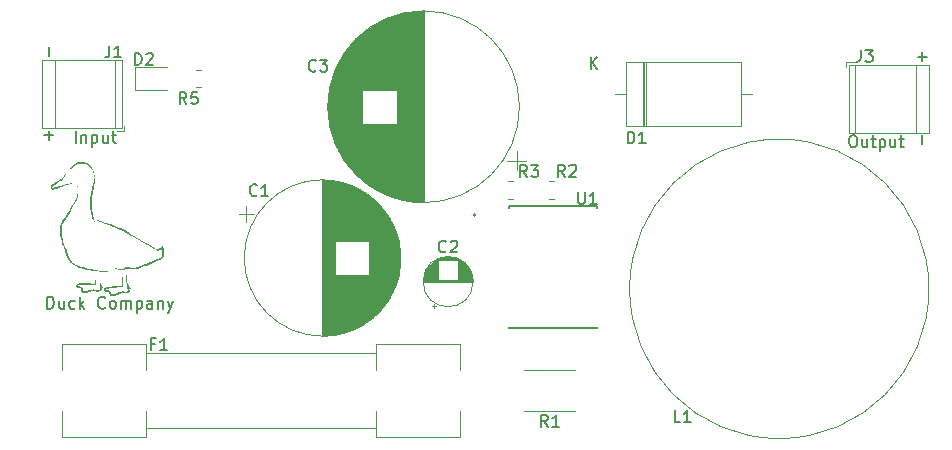
<source format=gbr>
%TF.GenerationSoftware,KiCad,Pcbnew,7.0.7*%
%TF.CreationDate,2023-09-13T14:26:25-04:00*%
%TF.ProjectId,Alim12,416c696d-3132-42e6-9b69-6361645f7063,rev?*%
%TF.SameCoordinates,Original*%
%TF.FileFunction,Legend,Top*%
%TF.FilePolarity,Positive*%
%FSLAX46Y46*%
G04 Gerber Fmt 4.6, Leading zero omitted, Abs format (unit mm)*
G04 Created by KiCad (PCBNEW 7.0.7) date 2023-09-13 14:26:25*
%MOMM*%
%LPD*%
G01*
G04 APERTURE LIST*
%ADD10C,0.150000*%
%ADD11C,0.120000*%
%ADD12C,0.127000*%
%ADD13C,0.200000*%
G04 APERTURE END LIST*
D10*
X105946779Y-99079819D02*
X105946779Y-98079819D01*
X106422969Y-98413152D02*
X106422969Y-99079819D01*
X106422969Y-98508390D02*
X106470588Y-98460771D01*
X106470588Y-98460771D02*
X106565826Y-98413152D01*
X106565826Y-98413152D02*
X106708683Y-98413152D01*
X106708683Y-98413152D02*
X106803921Y-98460771D01*
X106803921Y-98460771D02*
X106851540Y-98556009D01*
X106851540Y-98556009D02*
X106851540Y-99079819D01*
X107327731Y-98413152D02*
X107327731Y-99413152D01*
X107327731Y-98460771D02*
X107422969Y-98413152D01*
X107422969Y-98413152D02*
X107613445Y-98413152D01*
X107613445Y-98413152D02*
X107708683Y-98460771D01*
X107708683Y-98460771D02*
X107756302Y-98508390D01*
X107756302Y-98508390D02*
X107803921Y-98603628D01*
X107803921Y-98603628D02*
X107803921Y-98889342D01*
X107803921Y-98889342D02*
X107756302Y-98984580D01*
X107756302Y-98984580D02*
X107708683Y-99032200D01*
X107708683Y-99032200D02*
X107613445Y-99079819D01*
X107613445Y-99079819D02*
X107422969Y-99079819D01*
X107422969Y-99079819D02*
X107327731Y-99032200D01*
X108661064Y-98413152D02*
X108661064Y-99079819D01*
X108232493Y-98413152D02*
X108232493Y-98936961D01*
X108232493Y-98936961D02*
X108280112Y-99032200D01*
X108280112Y-99032200D02*
X108375350Y-99079819D01*
X108375350Y-99079819D02*
X108518207Y-99079819D01*
X108518207Y-99079819D02*
X108613445Y-99032200D01*
X108613445Y-99032200D02*
X108661064Y-98984580D01*
X108994398Y-98413152D02*
X109375350Y-98413152D01*
X109137255Y-98079819D02*
X109137255Y-98936961D01*
X109137255Y-98936961D02*
X109184874Y-99032200D01*
X109184874Y-99032200D02*
X109280112Y-99079819D01*
X109280112Y-99079819D02*
X109375350Y-99079819D01*
X171687255Y-98449819D02*
X171877731Y-98449819D01*
X171877731Y-98449819D02*
X171972969Y-98497438D01*
X171972969Y-98497438D02*
X172068207Y-98592676D01*
X172068207Y-98592676D02*
X172115826Y-98783152D01*
X172115826Y-98783152D02*
X172115826Y-99116485D01*
X172115826Y-99116485D02*
X172068207Y-99306961D01*
X172068207Y-99306961D02*
X171972969Y-99402200D01*
X171972969Y-99402200D02*
X171877731Y-99449819D01*
X171877731Y-99449819D02*
X171687255Y-99449819D01*
X171687255Y-99449819D02*
X171592017Y-99402200D01*
X171592017Y-99402200D02*
X171496779Y-99306961D01*
X171496779Y-99306961D02*
X171449160Y-99116485D01*
X171449160Y-99116485D02*
X171449160Y-98783152D01*
X171449160Y-98783152D02*
X171496779Y-98592676D01*
X171496779Y-98592676D02*
X171592017Y-98497438D01*
X171592017Y-98497438D02*
X171687255Y-98449819D01*
X172972969Y-98783152D02*
X172972969Y-99449819D01*
X172544398Y-98783152D02*
X172544398Y-99306961D01*
X172544398Y-99306961D02*
X172592017Y-99402200D01*
X172592017Y-99402200D02*
X172687255Y-99449819D01*
X172687255Y-99449819D02*
X172830112Y-99449819D01*
X172830112Y-99449819D02*
X172925350Y-99402200D01*
X172925350Y-99402200D02*
X172972969Y-99354580D01*
X173306303Y-98783152D02*
X173687255Y-98783152D01*
X173449160Y-98449819D02*
X173449160Y-99306961D01*
X173449160Y-99306961D02*
X173496779Y-99402200D01*
X173496779Y-99402200D02*
X173592017Y-99449819D01*
X173592017Y-99449819D02*
X173687255Y-99449819D01*
X174020589Y-98783152D02*
X174020589Y-99783152D01*
X174020589Y-98830771D02*
X174115827Y-98783152D01*
X174115827Y-98783152D02*
X174306303Y-98783152D01*
X174306303Y-98783152D02*
X174401541Y-98830771D01*
X174401541Y-98830771D02*
X174449160Y-98878390D01*
X174449160Y-98878390D02*
X174496779Y-98973628D01*
X174496779Y-98973628D02*
X174496779Y-99259342D01*
X174496779Y-99259342D02*
X174449160Y-99354580D01*
X174449160Y-99354580D02*
X174401541Y-99402200D01*
X174401541Y-99402200D02*
X174306303Y-99449819D01*
X174306303Y-99449819D02*
X174115827Y-99449819D01*
X174115827Y-99449819D02*
X174020589Y-99402200D01*
X175353922Y-98783152D02*
X175353922Y-99449819D01*
X174925351Y-98783152D02*
X174925351Y-99306961D01*
X174925351Y-99306961D02*
X174972970Y-99402200D01*
X174972970Y-99402200D02*
X175068208Y-99449819D01*
X175068208Y-99449819D02*
X175211065Y-99449819D01*
X175211065Y-99449819D02*
X175306303Y-99402200D01*
X175306303Y-99402200D02*
X175353922Y-99354580D01*
X175687256Y-98783152D02*
X176068208Y-98783152D01*
X175830113Y-98449819D02*
X175830113Y-99306961D01*
X175830113Y-99306961D02*
X175877732Y-99402200D01*
X175877732Y-99402200D02*
X175972970Y-99449819D01*
X175972970Y-99449819D02*
X176068208Y-99449819D01*
X103276779Y-98448866D02*
X104038684Y-98448866D01*
X103657731Y-98829819D02*
X103657731Y-98067914D01*
X103546779Y-113119819D02*
X103546779Y-112119819D01*
X103546779Y-112119819D02*
X103784874Y-112119819D01*
X103784874Y-112119819D02*
X103927731Y-112167438D01*
X103927731Y-112167438D02*
X104022969Y-112262676D01*
X104022969Y-112262676D02*
X104070588Y-112357914D01*
X104070588Y-112357914D02*
X104118207Y-112548390D01*
X104118207Y-112548390D02*
X104118207Y-112691247D01*
X104118207Y-112691247D02*
X104070588Y-112881723D01*
X104070588Y-112881723D02*
X104022969Y-112976961D01*
X104022969Y-112976961D02*
X103927731Y-113072200D01*
X103927731Y-113072200D02*
X103784874Y-113119819D01*
X103784874Y-113119819D02*
X103546779Y-113119819D01*
X104975350Y-112453152D02*
X104975350Y-113119819D01*
X104546779Y-112453152D02*
X104546779Y-112976961D01*
X104546779Y-112976961D02*
X104594398Y-113072200D01*
X104594398Y-113072200D02*
X104689636Y-113119819D01*
X104689636Y-113119819D02*
X104832493Y-113119819D01*
X104832493Y-113119819D02*
X104927731Y-113072200D01*
X104927731Y-113072200D02*
X104975350Y-113024580D01*
X105880112Y-113072200D02*
X105784874Y-113119819D01*
X105784874Y-113119819D02*
X105594398Y-113119819D01*
X105594398Y-113119819D02*
X105499160Y-113072200D01*
X105499160Y-113072200D02*
X105451541Y-113024580D01*
X105451541Y-113024580D02*
X105403922Y-112929342D01*
X105403922Y-112929342D02*
X105403922Y-112643628D01*
X105403922Y-112643628D02*
X105451541Y-112548390D01*
X105451541Y-112548390D02*
X105499160Y-112500771D01*
X105499160Y-112500771D02*
X105594398Y-112453152D01*
X105594398Y-112453152D02*
X105784874Y-112453152D01*
X105784874Y-112453152D02*
X105880112Y-112500771D01*
X106308684Y-113119819D02*
X106308684Y-112119819D01*
X106403922Y-112738866D02*
X106689636Y-113119819D01*
X106689636Y-112453152D02*
X106308684Y-112834104D01*
X108451541Y-113024580D02*
X108403922Y-113072200D01*
X108403922Y-113072200D02*
X108261065Y-113119819D01*
X108261065Y-113119819D02*
X108165827Y-113119819D01*
X108165827Y-113119819D02*
X108022970Y-113072200D01*
X108022970Y-113072200D02*
X107927732Y-112976961D01*
X107927732Y-112976961D02*
X107880113Y-112881723D01*
X107880113Y-112881723D02*
X107832494Y-112691247D01*
X107832494Y-112691247D02*
X107832494Y-112548390D01*
X107832494Y-112548390D02*
X107880113Y-112357914D01*
X107880113Y-112357914D02*
X107927732Y-112262676D01*
X107927732Y-112262676D02*
X108022970Y-112167438D01*
X108022970Y-112167438D02*
X108165827Y-112119819D01*
X108165827Y-112119819D02*
X108261065Y-112119819D01*
X108261065Y-112119819D02*
X108403922Y-112167438D01*
X108403922Y-112167438D02*
X108451541Y-112215057D01*
X109022970Y-113119819D02*
X108927732Y-113072200D01*
X108927732Y-113072200D02*
X108880113Y-113024580D01*
X108880113Y-113024580D02*
X108832494Y-112929342D01*
X108832494Y-112929342D02*
X108832494Y-112643628D01*
X108832494Y-112643628D02*
X108880113Y-112548390D01*
X108880113Y-112548390D02*
X108927732Y-112500771D01*
X108927732Y-112500771D02*
X109022970Y-112453152D01*
X109022970Y-112453152D02*
X109165827Y-112453152D01*
X109165827Y-112453152D02*
X109261065Y-112500771D01*
X109261065Y-112500771D02*
X109308684Y-112548390D01*
X109308684Y-112548390D02*
X109356303Y-112643628D01*
X109356303Y-112643628D02*
X109356303Y-112929342D01*
X109356303Y-112929342D02*
X109308684Y-113024580D01*
X109308684Y-113024580D02*
X109261065Y-113072200D01*
X109261065Y-113072200D02*
X109165827Y-113119819D01*
X109165827Y-113119819D02*
X109022970Y-113119819D01*
X109784875Y-113119819D02*
X109784875Y-112453152D01*
X109784875Y-112548390D02*
X109832494Y-112500771D01*
X109832494Y-112500771D02*
X109927732Y-112453152D01*
X109927732Y-112453152D02*
X110070589Y-112453152D01*
X110070589Y-112453152D02*
X110165827Y-112500771D01*
X110165827Y-112500771D02*
X110213446Y-112596009D01*
X110213446Y-112596009D02*
X110213446Y-113119819D01*
X110213446Y-112596009D02*
X110261065Y-112500771D01*
X110261065Y-112500771D02*
X110356303Y-112453152D01*
X110356303Y-112453152D02*
X110499160Y-112453152D01*
X110499160Y-112453152D02*
X110594399Y-112500771D01*
X110594399Y-112500771D02*
X110642018Y-112596009D01*
X110642018Y-112596009D02*
X110642018Y-113119819D01*
X111118208Y-112453152D02*
X111118208Y-113453152D01*
X111118208Y-112500771D02*
X111213446Y-112453152D01*
X111213446Y-112453152D02*
X111403922Y-112453152D01*
X111403922Y-112453152D02*
X111499160Y-112500771D01*
X111499160Y-112500771D02*
X111546779Y-112548390D01*
X111546779Y-112548390D02*
X111594398Y-112643628D01*
X111594398Y-112643628D02*
X111594398Y-112929342D01*
X111594398Y-112929342D02*
X111546779Y-113024580D01*
X111546779Y-113024580D02*
X111499160Y-113072200D01*
X111499160Y-113072200D02*
X111403922Y-113119819D01*
X111403922Y-113119819D02*
X111213446Y-113119819D01*
X111213446Y-113119819D02*
X111118208Y-113072200D01*
X112451541Y-113119819D02*
X112451541Y-112596009D01*
X112451541Y-112596009D02*
X112403922Y-112500771D01*
X112403922Y-112500771D02*
X112308684Y-112453152D01*
X112308684Y-112453152D02*
X112118208Y-112453152D01*
X112118208Y-112453152D02*
X112022970Y-112500771D01*
X112451541Y-113072200D02*
X112356303Y-113119819D01*
X112356303Y-113119819D02*
X112118208Y-113119819D01*
X112118208Y-113119819D02*
X112022970Y-113072200D01*
X112022970Y-113072200D02*
X111975351Y-112976961D01*
X111975351Y-112976961D02*
X111975351Y-112881723D01*
X111975351Y-112881723D02*
X112022970Y-112786485D01*
X112022970Y-112786485D02*
X112118208Y-112738866D01*
X112118208Y-112738866D02*
X112356303Y-112738866D01*
X112356303Y-112738866D02*
X112451541Y-112691247D01*
X112927732Y-112453152D02*
X112927732Y-113119819D01*
X112927732Y-112548390D02*
X112975351Y-112500771D01*
X112975351Y-112500771D02*
X113070589Y-112453152D01*
X113070589Y-112453152D02*
X113213446Y-112453152D01*
X113213446Y-112453152D02*
X113308684Y-112500771D01*
X113308684Y-112500771D02*
X113356303Y-112596009D01*
X113356303Y-112596009D02*
X113356303Y-113119819D01*
X113737256Y-112453152D02*
X113975351Y-113119819D01*
X114213446Y-112453152D02*
X113975351Y-113119819D01*
X113975351Y-113119819D02*
X113880113Y-113357914D01*
X113880113Y-113357914D02*
X113832494Y-113405533D01*
X113832494Y-113405533D02*
X113737256Y-113453152D01*
X157162969Y-122719819D02*
X156686779Y-122719819D01*
X156686779Y-122719819D02*
X156686779Y-121719819D01*
X158020112Y-122719819D02*
X157448684Y-122719819D01*
X157734398Y-122719819D02*
X157734398Y-121719819D01*
X157734398Y-121719819D02*
X157639160Y-121862676D01*
X157639160Y-121862676D02*
X157543922Y-121957914D01*
X157543922Y-121957914D02*
X157448684Y-122005533D01*
X177578866Y-99203220D02*
X177578866Y-98441316D01*
X103708866Y-91723220D02*
X103708866Y-90961316D01*
X177256779Y-91798866D02*
X178018684Y-91798866D01*
X177637731Y-92179819D02*
X177637731Y-91417914D01*
X126310578Y-92959580D02*
X126262959Y-93007200D01*
X126262959Y-93007200D02*
X126120102Y-93054819D01*
X126120102Y-93054819D02*
X126024864Y-93054819D01*
X126024864Y-93054819D02*
X125882007Y-93007200D01*
X125882007Y-93007200D02*
X125786769Y-92911961D01*
X125786769Y-92911961D02*
X125739150Y-92816723D01*
X125739150Y-92816723D02*
X125691531Y-92626247D01*
X125691531Y-92626247D02*
X125691531Y-92483390D01*
X125691531Y-92483390D02*
X125739150Y-92292914D01*
X125739150Y-92292914D02*
X125786769Y-92197676D01*
X125786769Y-92197676D02*
X125882007Y-92102438D01*
X125882007Y-92102438D02*
X126024864Y-92054819D01*
X126024864Y-92054819D02*
X126120102Y-92054819D01*
X126120102Y-92054819D02*
X126262959Y-92102438D01*
X126262959Y-92102438D02*
X126310578Y-92150057D01*
X126643912Y-92054819D02*
X127262959Y-92054819D01*
X127262959Y-92054819D02*
X126929626Y-92435771D01*
X126929626Y-92435771D02*
X127072483Y-92435771D01*
X127072483Y-92435771D02*
X127167721Y-92483390D01*
X127167721Y-92483390D02*
X127215340Y-92531009D01*
X127215340Y-92531009D02*
X127262959Y-92626247D01*
X127262959Y-92626247D02*
X127262959Y-92864342D01*
X127262959Y-92864342D02*
X127215340Y-92959580D01*
X127215340Y-92959580D02*
X127167721Y-93007200D01*
X127167721Y-93007200D02*
X127072483Y-93054819D01*
X127072483Y-93054819D02*
X126786769Y-93054819D01*
X126786769Y-93054819D02*
X126691531Y-93007200D01*
X126691531Y-93007200D02*
X126643912Y-92959580D01*
X172426666Y-91224819D02*
X172426666Y-91939104D01*
X172426666Y-91939104D02*
X172379047Y-92081961D01*
X172379047Y-92081961D02*
X172283809Y-92177200D01*
X172283809Y-92177200D02*
X172140952Y-92224819D01*
X172140952Y-92224819D02*
X172045714Y-92224819D01*
X172807619Y-91224819D02*
X173426666Y-91224819D01*
X173426666Y-91224819D02*
X173093333Y-91605771D01*
X173093333Y-91605771D02*
X173236190Y-91605771D01*
X173236190Y-91605771D02*
X173331428Y-91653390D01*
X173331428Y-91653390D02*
X173379047Y-91701009D01*
X173379047Y-91701009D02*
X173426666Y-91796247D01*
X173426666Y-91796247D02*
X173426666Y-92034342D01*
X173426666Y-92034342D02*
X173379047Y-92129580D01*
X173379047Y-92129580D02*
X173331428Y-92177200D01*
X173331428Y-92177200D02*
X173236190Y-92224819D01*
X173236190Y-92224819D02*
X172950476Y-92224819D01*
X172950476Y-92224819D02*
X172855238Y-92177200D01*
X172855238Y-92177200D02*
X172807619Y-92129580D01*
X121303333Y-103499580D02*
X121255714Y-103547200D01*
X121255714Y-103547200D02*
X121112857Y-103594819D01*
X121112857Y-103594819D02*
X121017619Y-103594819D01*
X121017619Y-103594819D02*
X120874762Y-103547200D01*
X120874762Y-103547200D02*
X120779524Y-103451961D01*
X120779524Y-103451961D02*
X120731905Y-103356723D01*
X120731905Y-103356723D02*
X120684286Y-103166247D01*
X120684286Y-103166247D02*
X120684286Y-103023390D01*
X120684286Y-103023390D02*
X120731905Y-102832914D01*
X120731905Y-102832914D02*
X120779524Y-102737676D01*
X120779524Y-102737676D02*
X120874762Y-102642438D01*
X120874762Y-102642438D02*
X121017619Y-102594819D01*
X121017619Y-102594819D02*
X121112857Y-102594819D01*
X121112857Y-102594819D02*
X121255714Y-102642438D01*
X121255714Y-102642438D02*
X121303333Y-102690057D01*
X122255714Y-103594819D02*
X121684286Y-103594819D01*
X121970000Y-103594819D02*
X121970000Y-102594819D01*
X121970000Y-102594819D02*
X121874762Y-102737676D01*
X121874762Y-102737676D02*
X121779524Y-102832914D01*
X121779524Y-102832914D02*
X121684286Y-102880533D01*
X144173333Y-101974819D02*
X143840000Y-101498628D01*
X143601905Y-101974819D02*
X143601905Y-100974819D01*
X143601905Y-100974819D02*
X143982857Y-100974819D01*
X143982857Y-100974819D02*
X144078095Y-101022438D01*
X144078095Y-101022438D02*
X144125714Y-101070057D01*
X144125714Y-101070057D02*
X144173333Y-101165295D01*
X144173333Y-101165295D02*
X144173333Y-101308152D01*
X144173333Y-101308152D02*
X144125714Y-101403390D01*
X144125714Y-101403390D02*
X144078095Y-101451009D01*
X144078095Y-101451009D02*
X143982857Y-101498628D01*
X143982857Y-101498628D02*
X143601905Y-101498628D01*
X144506667Y-100974819D02*
X145125714Y-100974819D01*
X145125714Y-100974819D02*
X144792381Y-101355771D01*
X144792381Y-101355771D02*
X144935238Y-101355771D01*
X144935238Y-101355771D02*
X145030476Y-101403390D01*
X145030476Y-101403390D02*
X145078095Y-101451009D01*
X145078095Y-101451009D02*
X145125714Y-101546247D01*
X145125714Y-101546247D02*
X145125714Y-101784342D01*
X145125714Y-101784342D02*
X145078095Y-101879580D01*
X145078095Y-101879580D02*
X145030476Y-101927200D01*
X145030476Y-101927200D02*
X144935238Y-101974819D01*
X144935238Y-101974819D02*
X144649524Y-101974819D01*
X144649524Y-101974819D02*
X144554286Y-101927200D01*
X144554286Y-101927200D02*
X144506667Y-101879580D01*
X145930833Y-123114819D02*
X145597500Y-122638628D01*
X145359405Y-123114819D02*
X145359405Y-122114819D01*
X145359405Y-122114819D02*
X145740357Y-122114819D01*
X145740357Y-122114819D02*
X145835595Y-122162438D01*
X145835595Y-122162438D02*
X145883214Y-122210057D01*
X145883214Y-122210057D02*
X145930833Y-122305295D01*
X145930833Y-122305295D02*
X145930833Y-122448152D01*
X145930833Y-122448152D02*
X145883214Y-122543390D01*
X145883214Y-122543390D02*
X145835595Y-122591009D01*
X145835595Y-122591009D02*
X145740357Y-122638628D01*
X145740357Y-122638628D02*
X145359405Y-122638628D01*
X146883214Y-123114819D02*
X146311786Y-123114819D01*
X146597500Y-123114819D02*
X146597500Y-122114819D01*
X146597500Y-122114819D02*
X146502262Y-122257676D01*
X146502262Y-122257676D02*
X146407024Y-122352914D01*
X146407024Y-122352914D02*
X146311786Y-122400533D01*
X115338333Y-95794819D02*
X115005000Y-95318628D01*
X114766905Y-95794819D02*
X114766905Y-94794819D01*
X114766905Y-94794819D02*
X115147857Y-94794819D01*
X115147857Y-94794819D02*
X115243095Y-94842438D01*
X115243095Y-94842438D02*
X115290714Y-94890057D01*
X115290714Y-94890057D02*
X115338333Y-94985295D01*
X115338333Y-94985295D02*
X115338333Y-95128152D01*
X115338333Y-95128152D02*
X115290714Y-95223390D01*
X115290714Y-95223390D02*
X115243095Y-95271009D01*
X115243095Y-95271009D02*
X115147857Y-95318628D01*
X115147857Y-95318628D02*
X114766905Y-95318628D01*
X116243095Y-94794819D02*
X115766905Y-94794819D01*
X115766905Y-94794819D02*
X115719286Y-95271009D01*
X115719286Y-95271009D02*
X115766905Y-95223390D01*
X115766905Y-95223390D02*
X115862143Y-95175771D01*
X115862143Y-95175771D02*
X116100238Y-95175771D01*
X116100238Y-95175771D02*
X116195476Y-95223390D01*
X116195476Y-95223390D02*
X116243095Y-95271009D01*
X116243095Y-95271009D02*
X116290714Y-95366247D01*
X116290714Y-95366247D02*
X116290714Y-95604342D01*
X116290714Y-95604342D02*
X116243095Y-95699580D01*
X116243095Y-95699580D02*
X116195476Y-95747200D01*
X116195476Y-95747200D02*
X116100238Y-95794819D01*
X116100238Y-95794819D02*
X115862143Y-95794819D01*
X115862143Y-95794819D02*
X115766905Y-95747200D01*
X115766905Y-95747200D02*
X115719286Y-95699580D01*
X110979405Y-92474819D02*
X110979405Y-91474819D01*
X110979405Y-91474819D02*
X111217500Y-91474819D01*
X111217500Y-91474819D02*
X111360357Y-91522438D01*
X111360357Y-91522438D02*
X111455595Y-91617676D01*
X111455595Y-91617676D02*
X111503214Y-91712914D01*
X111503214Y-91712914D02*
X111550833Y-91903390D01*
X111550833Y-91903390D02*
X111550833Y-92046247D01*
X111550833Y-92046247D02*
X111503214Y-92236723D01*
X111503214Y-92236723D02*
X111455595Y-92331961D01*
X111455595Y-92331961D02*
X111360357Y-92427200D01*
X111360357Y-92427200D02*
X111217500Y-92474819D01*
X111217500Y-92474819D02*
X110979405Y-92474819D01*
X111931786Y-91570057D02*
X111979405Y-91522438D01*
X111979405Y-91522438D02*
X112074643Y-91474819D01*
X112074643Y-91474819D02*
X112312738Y-91474819D01*
X112312738Y-91474819D02*
X112407976Y-91522438D01*
X112407976Y-91522438D02*
X112455595Y-91570057D01*
X112455595Y-91570057D02*
X112503214Y-91665295D01*
X112503214Y-91665295D02*
X112503214Y-91760533D01*
X112503214Y-91760533D02*
X112455595Y-91903390D01*
X112455595Y-91903390D02*
X111884167Y-92474819D01*
X111884167Y-92474819D02*
X112503214Y-92474819D01*
X147373333Y-101944819D02*
X147040000Y-101468628D01*
X146801905Y-101944819D02*
X146801905Y-100944819D01*
X146801905Y-100944819D02*
X147182857Y-100944819D01*
X147182857Y-100944819D02*
X147278095Y-100992438D01*
X147278095Y-100992438D02*
X147325714Y-101040057D01*
X147325714Y-101040057D02*
X147373333Y-101135295D01*
X147373333Y-101135295D02*
X147373333Y-101278152D01*
X147373333Y-101278152D02*
X147325714Y-101373390D01*
X147325714Y-101373390D02*
X147278095Y-101421009D01*
X147278095Y-101421009D02*
X147182857Y-101468628D01*
X147182857Y-101468628D02*
X146801905Y-101468628D01*
X147754286Y-101040057D02*
X147801905Y-100992438D01*
X147801905Y-100992438D02*
X147897143Y-100944819D01*
X147897143Y-100944819D02*
X148135238Y-100944819D01*
X148135238Y-100944819D02*
X148230476Y-100992438D01*
X148230476Y-100992438D02*
X148278095Y-101040057D01*
X148278095Y-101040057D02*
X148325714Y-101135295D01*
X148325714Y-101135295D02*
X148325714Y-101230533D01*
X148325714Y-101230533D02*
X148278095Y-101373390D01*
X148278095Y-101373390D02*
X147706667Y-101944819D01*
X147706667Y-101944819D02*
X148325714Y-101944819D01*
X148508095Y-103264819D02*
X148508095Y-104074342D01*
X148508095Y-104074342D02*
X148555714Y-104169580D01*
X148555714Y-104169580D02*
X148603333Y-104217200D01*
X148603333Y-104217200D02*
X148698571Y-104264819D01*
X148698571Y-104264819D02*
X148889047Y-104264819D01*
X148889047Y-104264819D02*
X148984285Y-104217200D01*
X148984285Y-104217200D02*
X149031904Y-104169580D01*
X149031904Y-104169580D02*
X149079523Y-104074342D01*
X149079523Y-104074342D02*
X149079523Y-103264819D01*
X150079523Y-104264819D02*
X149508095Y-104264819D01*
X149793809Y-104264819D02*
X149793809Y-103264819D01*
X149793809Y-103264819D02*
X149698571Y-103407676D01*
X149698571Y-103407676D02*
X149603333Y-103502914D01*
X149603333Y-103502914D02*
X149508095Y-103550533D01*
X108806666Y-90854819D02*
X108806666Y-91569104D01*
X108806666Y-91569104D02*
X108759047Y-91711961D01*
X108759047Y-91711961D02*
X108663809Y-91807200D01*
X108663809Y-91807200D02*
X108520952Y-91854819D01*
X108520952Y-91854819D02*
X108425714Y-91854819D01*
X109806666Y-91854819D02*
X109235238Y-91854819D01*
X109520952Y-91854819D02*
X109520952Y-90854819D01*
X109520952Y-90854819D02*
X109425714Y-90997676D01*
X109425714Y-90997676D02*
X109330476Y-91092914D01*
X109330476Y-91092914D02*
X109235238Y-91140533D01*
X112646666Y-116111009D02*
X112313333Y-116111009D01*
X112313333Y-116634819D02*
X112313333Y-115634819D01*
X112313333Y-115634819D02*
X112789523Y-115634819D01*
X113694285Y-116634819D02*
X113122857Y-116634819D01*
X113408571Y-116634819D02*
X113408571Y-115634819D01*
X113408571Y-115634819D02*
X113313333Y-115777676D01*
X113313333Y-115777676D02*
X113218095Y-115872914D01*
X113218095Y-115872914D02*
X113122857Y-115920533D01*
X152691905Y-99134819D02*
X152691905Y-98134819D01*
X152691905Y-98134819D02*
X152930000Y-98134819D01*
X152930000Y-98134819D02*
X153072857Y-98182438D01*
X153072857Y-98182438D02*
X153168095Y-98277676D01*
X153168095Y-98277676D02*
X153215714Y-98372914D01*
X153215714Y-98372914D02*
X153263333Y-98563390D01*
X153263333Y-98563390D02*
X153263333Y-98706247D01*
X153263333Y-98706247D02*
X153215714Y-98896723D01*
X153215714Y-98896723D02*
X153168095Y-98991961D01*
X153168095Y-98991961D02*
X153072857Y-99087200D01*
X153072857Y-99087200D02*
X152930000Y-99134819D01*
X152930000Y-99134819D02*
X152691905Y-99134819D01*
X154215714Y-99134819D02*
X153644286Y-99134819D01*
X153930000Y-99134819D02*
X153930000Y-98134819D01*
X153930000Y-98134819D02*
X153834762Y-98277676D01*
X153834762Y-98277676D02*
X153739524Y-98372914D01*
X153739524Y-98372914D02*
X153644286Y-98420533D01*
X149558095Y-92824819D02*
X149558095Y-91824819D01*
X150129523Y-92824819D02*
X149700952Y-92253390D01*
X150129523Y-91824819D02*
X149558095Y-92396247D01*
X137313333Y-108259580D02*
X137265714Y-108307200D01*
X137265714Y-108307200D02*
X137122857Y-108354819D01*
X137122857Y-108354819D02*
X137027619Y-108354819D01*
X137027619Y-108354819D02*
X136884762Y-108307200D01*
X136884762Y-108307200D02*
X136789524Y-108211961D01*
X136789524Y-108211961D02*
X136741905Y-108116723D01*
X136741905Y-108116723D02*
X136694286Y-107926247D01*
X136694286Y-107926247D02*
X136694286Y-107783390D01*
X136694286Y-107783390D02*
X136741905Y-107592914D01*
X136741905Y-107592914D02*
X136789524Y-107497676D01*
X136789524Y-107497676D02*
X136884762Y-107402438D01*
X136884762Y-107402438D02*
X137027619Y-107354819D01*
X137027619Y-107354819D02*
X137122857Y-107354819D01*
X137122857Y-107354819D02*
X137265714Y-107402438D01*
X137265714Y-107402438D02*
X137313333Y-107450057D01*
X137694286Y-107450057D02*
X137741905Y-107402438D01*
X137741905Y-107402438D02*
X137837143Y-107354819D01*
X137837143Y-107354819D02*
X138075238Y-107354819D01*
X138075238Y-107354819D02*
X138170476Y-107402438D01*
X138170476Y-107402438D02*
X138218095Y-107450057D01*
X138218095Y-107450057D02*
X138265714Y-107545295D01*
X138265714Y-107545295D02*
X138265714Y-107640533D01*
X138265714Y-107640533D02*
X138218095Y-107783390D01*
X138218095Y-107783390D02*
X137646667Y-108354819D01*
X137646667Y-108354819D02*
X138265714Y-108354819D01*
D11*
%TO.C,C3*%
X144099491Y-100585000D02*
X142499491Y-100585000D01*
X143299491Y-101385000D02*
X143299491Y-99785000D01*
X135410000Y-104111000D02*
X135410000Y-87949000D01*
X135370000Y-104110000D02*
X135370000Y-87950000D01*
X135330000Y-104110000D02*
X135330000Y-87950000D01*
X135290000Y-104110000D02*
X135290000Y-87950000D01*
X135250000Y-104109000D02*
X135250000Y-87951000D01*
X135210000Y-104108000D02*
X135210000Y-87952000D01*
X135170000Y-104107000D02*
X135170000Y-87953000D01*
X135130000Y-104106000D02*
X135130000Y-87954000D01*
X135090000Y-104104000D02*
X135090000Y-87956000D01*
X135050000Y-104103000D02*
X135050000Y-87957000D01*
X135010000Y-104101000D02*
X135010000Y-87959000D01*
X134970000Y-104099000D02*
X134970000Y-87961000D01*
X134930000Y-104096000D02*
X134930000Y-87964000D01*
X134890000Y-104094000D02*
X134890000Y-87966000D01*
X134850000Y-104091000D02*
X134850000Y-87969000D01*
X134810000Y-104088000D02*
X134810000Y-87972000D01*
X134770000Y-104085000D02*
X134770000Y-87975000D01*
X134730000Y-104082000D02*
X134730000Y-87978000D01*
X134689000Y-104079000D02*
X134689000Y-87981000D01*
X134649000Y-104075000D02*
X134649000Y-87985000D01*
X134609000Y-104071000D02*
X134609000Y-87989000D01*
X134569000Y-104067000D02*
X134569000Y-87993000D01*
X134529000Y-104063000D02*
X134529000Y-87997000D01*
X134489000Y-104058000D02*
X134489000Y-88002000D01*
X134449000Y-104054000D02*
X134449000Y-88006000D01*
X134409000Y-104049000D02*
X134409000Y-88011000D01*
X134369000Y-104044000D02*
X134369000Y-88016000D01*
X134329000Y-104038000D02*
X134329000Y-88022000D01*
X134289000Y-104033000D02*
X134289000Y-88027000D01*
X134249000Y-104027000D02*
X134249000Y-88033000D01*
X134209000Y-104021000D02*
X134209000Y-88039000D01*
X134169000Y-104015000D02*
X134169000Y-88045000D01*
X134129000Y-104009000D02*
X134129000Y-88051000D01*
X134089000Y-104002000D02*
X134089000Y-88058000D01*
X134049000Y-103996000D02*
X134049000Y-88064000D01*
X134009000Y-103989000D02*
X134009000Y-88071000D01*
X133969000Y-103982000D02*
X133969000Y-88078000D01*
X133929000Y-103974000D02*
X133929000Y-88086000D01*
X133889000Y-103967000D02*
X133889000Y-88093000D01*
X133849000Y-103959000D02*
X133849000Y-88101000D01*
X133809000Y-103951000D02*
X133809000Y-88109000D01*
X133769000Y-103943000D02*
X133769000Y-88117000D01*
X133729000Y-103935000D02*
X133729000Y-88125000D01*
X133689000Y-103926000D02*
X133689000Y-88134000D01*
X133649000Y-103917000D02*
X133649000Y-88143000D01*
X133609000Y-103908000D02*
X133609000Y-88152000D01*
X133569000Y-103899000D02*
X133569000Y-88161000D01*
X133529000Y-103890000D02*
X133529000Y-88170000D01*
X133489000Y-103880000D02*
X133489000Y-88180000D01*
X133449000Y-103870000D02*
X133449000Y-88190000D01*
X133409000Y-103860000D02*
X133409000Y-88200000D01*
X133369000Y-103850000D02*
X133369000Y-88210000D01*
X133329000Y-103840000D02*
X133329000Y-88220000D01*
X133289000Y-103829000D02*
X133289000Y-88231000D01*
X133249000Y-103818000D02*
X133249000Y-88242000D01*
X133209000Y-103807000D02*
X133209000Y-88253000D01*
X133169000Y-103795000D02*
X133169000Y-88265000D01*
X133129000Y-103784000D02*
X133129000Y-88276000D01*
X133089000Y-103772000D02*
X133089000Y-97470000D01*
X133089000Y-94590000D02*
X133089000Y-88288000D01*
X133049000Y-103760000D02*
X133049000Y-97470000D01*
X133049000Y-94590000D02*
X133049000Y-88300000D01*
X133009000Y-103748000D02*
X133009000Y-97470000D01*
X133009000Y-94590000D02*
X133009000Y-88312000D01*
X132969000Y-103735000D02*
X132969000Y-97470000D01*
X132969000Y-94590000D02*
X132969000Y-88325000D01*
X132929000Y-103723000D02*
X132929000Y-97470000D01*
X132929000Y-94590000D02*
X132929000Y-88337000D01*
X132889000Y-103710000D02*
X132889000Y-97470000D01*
X132889000Y-94590000D02*
X132889000Y-88350000D01*
X132849000Y-103696000D02*
X132849000Y-97470000D01*
X132849000Y-94590000D02*
X132849000Y-88364000D01*
X132809000Y-103683000D02*
X132809000Y-97470000D01*
X132809000Y-94590000D02*
X132809000Y-88377000D01*
X132769000Y-103669000D02*
X132769000Y-97470000D01*
X132769000Y-94590000D02*
X132769000Y-88391000D01*
X132729000Y-103655000D02*
X132729000Y-97470000D01*
X132729000Y-94590000D02*
X132729000Y-88405000D01*
X132689000Y-103641000D02*
X132689000Y-97470000D01*
X132689000Y-94590000D02*
X132689000Y-88419000D01*
X132649000Y-103627000D02*
X132649000Y-97470000D01*
X132649000Y-94590000D02*
X132649000Y-88433000D01*
X132609000Y-103612000D02*
X132609000Y-97470000D01*
X132609000Y-94590000D02*
X132609000Y-88448000D01*
X132569000Y-103598000D02*
X132569000Y-97470000D01*
X132569000Y-94590000D02*
X132569000Y-88462000D01*
X132529000Y-103583000D02*
X132529000Y-97470000D01*
X132529000Y-94590000D02*
X132529000Y-88477000D01*
X132489000Y-103567000D02*
X132489000Y-97470000D01*
X132489000Y-94590000D02*
X132489000Y-88493000D01*
X132449000Y-103552000D02*
X132449000Y-97470000D01*
X132449000Y-94590000D02*
X132449000Y-88508000D01*
X132409000Y-103536000D02*
X132409000Y-97470000D01*
X132409000Y-94590000D02*
X132409000Y-88524000D01*
X132369000Y-103520000D02*
X132369000Y-97470000D01*
X132369000Y-94590000D02*
X132369000Y-88540000D01*
X132329000Y-103504000D02*
X132329000Y-97470000D01*
X132329000Y-94590000D02*
X132329000Y-88556000D01*
X132289000Y-103487000D02*
X132289000Y-97470000D01*
X132289000Y-94590000D02*
X132289000Y-88573000D01*
X132249000Y-103470000D02*
X132249000Y-97470000D01*
X132249000Y-94590000D02*
X132249000Y-88590000D01*
X132209000Y-103453000D02*
X132209000Y-97470000D01*
X132209000Y-94590000D02*
X132209000Y-88607000D01*
X132169000Y-103436000D02*
X132169000Y-97470000D01*
X132169000Y-94590000D02*
X132169000Y-88624000D01*
X132129000Y-103419000D02*
X132129000Y-97470000D01*
X132129000Y-94590000D02*
X132129000Y-88641000D01*
X132089000Y-103401000D02*
X132089000Y-97470000D01*
X132089000Y-94590000D02*
X132089000Y-88659000D01*
X132049000Y-103383000D02*
X132049000Y-97470000D01*
X132049000Y-94590000D02*
X132049000Y-88677000D01*
X132009000Y-103364000D02*
X132009000Y-97470000D01*
X132009000Y-94590000D02*
X132009000Y-88696000D01*
X131969000Y-103346000D02*
X131969000Y-97470000D01*
X131969000Y-94590000D02*
X131969000Y-88714000D01*
X131929000Y-103327000D02*
X131929000Y-97470000D01*
X131929000Y-94590000D02*
X131929000Y-88733000D01*
X131889000Y-103308000D02*
X131889000Y-97470000D01*
X131889000Y-94590000D02*
X131889000Y-88752000D01*
X131849000Y-103288000D02*
X131849000Y-97470000D01*
X131849000Y-94590000D02*
X131849000Y-88772000D01*
X131809000Y-103269000D02*
X131809000Y-97470000D01*
X131809000Y-94590000D02*
X131809000Y-88791000D01*
X131769000Y-103249000D02*
X131769000Y-97470000D01*
X131769000Y-94590000D02*
X131769000Y-88811000D01*
X131729000Y-103229000D02*
X131729000Y-97470000D01*
X131729000Y-94590000D02*
X131729000Y-88831000D01*
X131689000Y-103208000D02*
X131689000Y-97470000D01*
X131689000Y-94590000D02*
X131689000Y-88852000D01*
X131649000Y-103187000D02*
X131649000Y-97470000D01*
X131649000Y-94590000D02*
X131649000Y-88873000D01*
X131609000Y-103166000D02*
X131609000Y-97470000D01*
X131609000Y-94590000D02*
X131609000Y-88894000D01*
X131569000Y-103145000D02*
X131569000Y-97470000D01*
X131569000Y-94590000D02*
X131569000Y-88915000D01*
X131529000Y-103124000D02*
X131529000Y-97470000D01*
X131529000Y-94590000D02*
X131529000Y-88936000D01*
X131489000Y-103102000D02*
X131489000Y-97470000D01*
X131489000Y-94590000D02*
X131489000Y-88958000D01*
X131449000Y-103079000D02*
X131449000Y-97470000D01*
X131449000Y-94590000D02*
X131449000Y-88981000D01*
X131409000Y-103057000D02*
X131409000Y-97470000D01*
X131409000Y-94590000D02*
X131409000Y-89003000D01*
X131369000Y-103034000D02*
X131369000Y-97470000D01*
X131369000Y-94590000D02*
X131369000Y-89026000D01*
X131329000Y-103011000D02*
X131329000Y-97470000D01*
X131329000Y-94590000D02*
X131329000Y-89049000D01*
X131289000Y-102988000D02*
X131289000Y-97470000D01*
X131289000Y-94590000D02*
X131289000Y-89072000D01*
X131249000Y-102964000D02*
X131249000Y-97470000D01*
X131249000Y-94590000D02*
X131249000Y-89096000D01*
X131209000Y-102940000D02*
X131209000Y-97470000D01*
X131209000Y-94590000D02*
X131209000Y-89120000D01*
X131169000Y-102916000D02*
X131169000Y-97470000D01*
X131169000Y-94590000D02*
X131169000Y-89144000D01*
X131129000Y-102891000D02*
X131129000Y-97470000D01*
X131129000Y-94590000D02*
X131129000Y-89169000D01*
X131089000Y-102866000D02*
X131089000Y-97470000D01*
X131089000Y-94590000D02*
X131089000Y-89194000D01*
X131049000Y-102841000D02*
X131049000Y-97470000D01*
X131049000Y-94590000D02*
X131049000Y-89219000D01*
X131009000Y-102815000D02*
X131009000Y-97470000D01*
X131009000Y-94590000D02*
X131009000Y-89245000D01*
X130969000Y-102789000D02*
X130969000Y-97470000D01*
X130969000Y-94590000D02*
X130969000Y-89271000D01*
X130929000Y-102763000D02*
X130929000Y-97470000D01*
X130929000Y-94590000D02*
X130929000Y-89297000D01*
X130889000Y-102736000D02*
X130889000Y-97470000D01*
X130889000Y-94590000D02*
X130889000Y-89324000D01*
X130849000Y-102709000D02*
X130849000Y-97470000D01*
X130849000Y-94590000D02*
X130849000Y-89351000D01*
X130809000Y-102682000D02*
X130809000Y-97470000D01*
X130809000Y-94590000D02*
X130809000Y-89378000D01*
X130769000Y-102654000D02*
X130769000Y-97470000D01*
X130769000Y-94590000D02*
X130769000Y-89406000D01*
X130729000Y-102626000D02*
X130729000Y-97470000D01*
X130729000Y-94590000D02*
X130729000Y-89434000D01*
X130689000Y-102598000D02*
X130689000Y-97470000D01*
X130689000Y-94590000D02*
X130689000Y-89462000D01*
X130649000Y-102569000D02*
X130649000Y-97470000D01*
X130649000Y-94590000D02*
X130649000Y-89491000D01*
X130609000Y-102540000D02*
X130609000Y-97470000D01*
X130609000Y-94590000D02*
X130609000Y-89520000D01*
X130569000Y-102510000D02*
X130569000Y-97470000D01*
X130569000Y-94590000D02*
X130569000Y-89550000D01*
X130529000Y-102480000D02*
X130529000Y-97470000D01*
X130529000Y-94590000D02*
X130529000Y-89580000D01*
X130489000Y-102450000D02*
X130489000Y-97470000D01*
X130489000Y-94590000D02*
X130489000Y-89610000D01*
X130449000Y-102420000D02*
X130449000Y-97470000D01*
X130449000Y-94590000D02*
X130449000Y-89640000D01*
X130409000Y-102388000D02*
X130409000Y-97470000D01*
X130409000Y-94590000D02*
X130409000Y-89672000D01*
X130369000Y-102357000D02*
X130369000Y-97470000D01*
X130369000Y-94590000D02*
X130369000Y-89703000D01*
X130329000Y-102325000D02*
X130329000Y-97470000D01*
X130329000Y-94590000D02*
X130329000Y-89735000D01*
X130289000Y-102293000D02*
X130289000Y-97470000D01*
X130289000Y-94590000D02*
X130289000Y-89767000D01*
X130249000Y-102260000D02*
X130249000Y-97470000D01*
X130249000Y-94590000D02*
X130249000Y-89800000D01*
X130209000Y-102227000D02*
X130209000Y-89833000D01*
X130169000Y-102193000D02*
X130169000Y-89867000D01*
X130129000Y-102159000D02*
X130129000Y-89901000D01*
X130089000Y-102125000D02*
X130089000Y-89935000D01*
X130049000Y-102090000D02*
X130049000Y-89970000D01*
X130009000Y-102055000D02*
X130009000Y-90005000D01*
X129969000Y-102019000D02*
X129969000Y-90041000D01*
X129929000Y-101982000D02*
X129929000Y-90078000D01*
X129889000Y-101946000D02*
X129889000Y-90114000D01*
X129849000Y-101908000D02*
X129849000Y-90152000D01*
X129809000Y-101870000D02*
X129809000Y-90190000D01*
X129769000Y-101832000D02*
X129769000Y-90228000D01*
X129729000Y-101793000D02*
X129729000Y-90267000D01*
X129689000Y-101754000D02*
X129689000Y-90306000D01*
X129649000Y-101714000D02*
X129649000Y-90346000D01*
X129609000Y-101673000D02*
X129609000Y-90387000D01*
X129569000Y-101632000D02*
X129569000Y-90428000D01*
X129529000Y-101590000D02*
X129529000Y-90470000D01*
X129489000Y-101548000D02*
X129489000Y-90512000D01*
X129449000Y-101505000D02*
X129449000Y-90555000D01*
X129409000Y-101462000D02*
X129409000Y-90598000D01*
X129369000Y-101418000D02*
X129369000Y-90642000D01*
X129329000Y-101373000D02*
X129329000Y-90687000D01*
X129289000Y-101327000D02*
X129289000Y-90733000D01*
X129249000Y-101281000D02*
X129249000Y-90779000D01*
X129209000Y-101234000D02*
X129209000Y-90826000D01*
X129169000Y-101186000D02*
X129169000Y-90874000D01*
X129129000Y-101138000D02*
X129129000Y-90922000D01*
X129089000Y-101089000D02*
X129089000Y-90971000D01*
X129049000Y-101039000D02*
X129049000Y-91021000D01*
X129009000Y-100988000D02*
X129009000Y-91072000D01*
X128969000Y-100936000D02*
X128969000Y-91124000D01*
X128929000Y-100884000D02*
X128929000Y-91176000D01*
X128889000Y-100830000D02*
X128889000Y-91230000D01*
X128849000Y-100776000D02*
X128849000Y-91284000D01*
X128809000Y-100721000D02*
X128809000Y-91339000D01*
X128769000Y-100664000D02*
X128769000Y-91396000D01*
X128729000Y-100607000D02*
X128729000Y-91453000D01*
X128689000Y-100549000D02*
X128689000Y-91511000D01*
X128649000Y-100489000D02*
X128649000Y-91571000D01*
X128609000Y-100428000D02*
X128609000Y-91632000D01*
X128569000Y-100366000D02*
X128569000Y-91694000D01*
X128529000Y-100303000D02*
X128529000Y-91757000D01*
X128489000Y-100239000D02*
X128489000Y-91821000D01*
X128449000Y-100173000D02*
X128449000Y-91887000D01*
X128409000Y-100106000D02*
X128409000Y-91954000D01*
X128369000Y-100037000D02*
X128369000Y-92023000D01*
X128329000Y-99966000D02*
X128329000Y-92094000D01*
X128289000Y-99894000D02*
X128289000Y-92166000D01*
X128249000Y-99820000D02*
X128249000Y-92240000D01*
X128209000Y-99745000D02*
X128209000Y-92315000D01*
X128169000Y-99667000D02*
X128169000Y-92393000D01*
X128129000Y-99587000D02*
X128129000Y-92473000D01*
X128089000Y-99505000D02*
X128089000Y-92555000D01*
X128049000Y-99420000D02*
X128049000Y-92640000D01*
X128009000Y-99333000D02*
X128009000Y-92727000D01*
X127969000Y-99243000D02*
X127969000Y-92817000D01*
X127929000Y-99150000D02*
X127929000Y-92910000D01*
X127889000Y-99054000D02*
X127889000Y-93006000D01*
X127849000Y-98954000D02*
X127849000Y-93106000D01*
X127809000Y-98850000D02*
X127809000Y-93210000D01*
X127769000Y-98741000D02*
X127769000Y-93319000D01*
X127729000Y-98627000D02*
X127729000Y-93433000D01*
X127689000Y-98508000D02*
X127689000Y-93552000D01*
X127649000Y-98381000D02*
X127649000Y-93679000D01*
X127609000Y-98248000D02*
X127609000Y-93812000D01*
X127569000Y-98104000D02*
X127569000Y-93956000D01*
X127529000Y-97950000D02*
X127529000Y-94110000D01*
X127489000Y-97782000D02*
X127489000Y-94278000D01*
X127449000Y-97594000D02*
X127449000Y-94466000D01*
X127409000Y-97381000D02*
X127409000Y-94679000D01*
X127369000Y-97128000D02*
X127369000Y-94932000D01*
X127329000Y-96795000D02*
X127329000Y-95265000D01*
X143530000Y-96030000D02*
G75*
G03*
X143530000Y-96030000I-8120000J0D01*
G01*
%TO.C,J3*%
X171850000Y-92230000D02*
X171210000Y-92230000D01*
X171210000Y-92230000D02*
X171210000Y-92630000D01*
X178190000Y-92470000D02*
X171450000Y-92470000D01*
X178190000Y-92470000D02*
X178190000Y-98250000D01*
X177070000Y-92470000D02*
X177070000Y-98250000D01*
X171970000Y-92470000D02*
X171970000Y-98250000D01*
X171450000Y-92470000D02*
X171450000Y-98250000D01*
X178190000Y-98250000D02*
X171450000Y-98250000D01*
%TO.C,C1*%
X119765431Y-105115000D02*
X121065431Y-105115000D01*
X120415431Y-104465000D02*
X120415431Y-105765000D01*
X126850000Y-102250000D02*
X126850000Y-115410000D01*
X126890000Y-102250000D02*
X126890000Y-115410000D01*
X126930000Y-102250000D02*
X126930000Y-115410000D01*
X126970000Y-102251000D02*
X126970000Y-115409000D01*
X127010000Y-102251000D02*
X127010000Y-115409000D01*
X127050000Y-102253000D02*
X127050000Y-115407000D01*
X127090000Y-102254000D02*
X127090000Y-115406000D01*
X127130000Y-102255000D02*
X127130000Y-115405000D01*
X127170000Y-102257000D02*
X127170000Y-115403000D01*
X127210000Y-102259000D02*
X127210000Y-115401000D01*
X127250000Y-102262000D02*
X127250000Y-115398000D01*
X127290000Y-102264000D02*
X127290000Y-115396000D01*
X127330000Y-102267000D02*
X127330000Y-115393000D01*
X127370000Y-102270000D02*
X127370000Y-115390000D01*
X127410000Y-102273000D02*
X127410000Y-115387000D01*
X127450000Y-102277000D02*
X127450000Y-115383000D01*
X127490000Y-102281000D02*
X127490000Y-115379000D01*
X127530000Y-102285000D02*
X127530000Y-115375000D01*
X127571000Y-102289000D02*
X127571000Y-115371000D01*
X127611000Y-102293000D02*
X127611000Y-115367000D01*
X127651000Y-102298000D02*
X127651000Y-115362000D01*
X127691000Y-102303000D02*
X127691000Y-115357000D01*
X127731000Y-102308000D02*
X127731000Y-115352000D01*
X127771000Y-102314000D02*
X127771000Y-115346000D01*
X127811000Y-102319000D02*
X127811000Y-115341000D01*
X127851000Y-102325000D02*
X127851000Y-115335000D01*
X127891000Y-102332000D02*
X127891000Y-115328000D01*
X127931000Y-102338000D02*
X127931000Y-107390000D01*
X127931000Y-110270000D02*
X127931000Y-115322000D01*
X127971000Y-102345000D02*
X127971000Y-107390000D01*
X127971000Y-110270000D02*
X127971000Y-115315000D01*
X128011000Y-102352000D02*
X128011000Y-107390000D01*
X128011000Y-110270000D02*
X128011000Y-115308000D01*
X128051000Y-102359000D02*
X128051000Y-107390000D01*
X128051000Y-110270000D02*
X128051000Y-115301000D01*
X128091000Y-102367000D02*
X128091000Y-107390000D01*
X128091000Y-110270000D02*
X128091000Y-115293000D01*
X128131000Y-102374000D02*
X128131000Y-107390000D01*
X128131000Y-110270000D02*
X128131000Y-115286000D01*
X128171000Y-102382000D02*
X128171000Y-107390000D01*
X128171000Y-110270000D02*
X128171000Y-115278000D01*
X128211000Y-102391000D02*
X128211000Y-107390000D01*
X128211000Y-110270000D02*
X128211000Y-115269000D01*
X128251000Y-102399000D02*
X128251000Y-107390000D01*
X128251000Y-110270000D02*
X128251000Y-115261000D01*
X128291000Y-102408000D02*
X128291000Y-107390000D01*
X128291000Y-110270000D02*
X128291000Y-115252000D01*
X128331000Y-102417000D02*
X128331000Y-107390000D01*
X128331000Y-110270000D02*
X128331000Y-115243000D01*
X128371000Y-102426000D02*
X128371000Y-107390000D01*
X128371000Y-110270000D02*
X128371000Y-115234000D01*
X128411000Y-102436000D02*
X128411000Y-107390000D01*
X128411000Y-110270000D02*
X128411000Y-115224000D01*
X128451000Y-102446000D02*
X128451000Y-107390000D01*
X128451000Y-110270000D02*
X128451000Y-115214000D01*
X128491000Y-102456000D02*
X128491000Y-107390000D01*
X128491000Y-110270000D02*
X128491000Y-115204000D01*
X128531000Y-102466000D02*
X128531000Y-107390000D01*
X128531000Y-110270000D02*
X128531000Y-115194000D01*
X128571000Y-102477000D02*
X128571000Y-107390000D01*
X128571000Y-110270000D02*
X128571000Y-115183000D01*
X128611000Y-102488000D02*
X128611000Y-107390000D01*
X128611000Y-110270000D02*
X128611000Y-115172000D01*
X128651000Y-102499000D02*
X128651000Y-107390000D01*
X128651000Y-110270000D02*
X128651000Y-115161000D01*
X128691000Y-102510000D02*
X128691000Y-107390000D01*
X128691000Y-110270000D02*
X128691000Y-115150000D01*
X128731000Y-102522000D02*
X128731000Y-107390000D01*
X128731000Y-110270000D02*
X128731000Y-115138000D01*
X128771000Y-102534000D02*
X128771000Y-107390000D01*
X128771000Y-110270000D02*
X128771000Y-115126000D01*
X128811000Y-102546000D02*
X128811000Y-107390000D01*
X128811000Y-110270000D02*
X128811000Y-115114000D01*
X128851000Y-102559000D02*
X128851000Y-107390000D01*
X128851000Y-110270000D02*
X128851000Y-115101000D01*
X128891000Y-102572000D02*
X128891000Y-107390000D01*
X128891000Y-110270000D02*
X128891000Y-115088000D01*
X128931000Y-102585000D02*
X128931000Y-107390000D01*
X128931000Y-110270000D02*
X128931000Y-115075000D01*
X128971000Y-102598000D02*
X128971000Y-107390000D01*
X128971000Y-110270000D02*
X128971000Y-115062000D01*
X129011000Y-102612000D02*
X129011000Y-107390000D01*
X129011000Y-110270000D02*
X129011000Y-115048000D01*
X129051000Y-102626000D02*
X129051000Y-107390000D01*
X129051000Y-110270000D02*
X129051000Y-115034000D01*
X129091000Y-102640000D02*
X129091000Y-107390000D01*
X129091000Y-110270000D02*
X129091000Y-115020000D01*
X129131000Y-102655000D02*
X129131000Y-107390000D01*
X129131000Y-110270000D02*
X129131000Y-115005000D01*
X129171000Y-102669000D02*
X129171000Y-107390000D01*
X129171000Y-110270000D02*
X129171000Y-114991000D01*
X129211000Y-102684000D02*
X129211000Y-107390000D01*
X129211000Y-110270000D02*
X129211000Y-114976000D01*
X129251000Y-102700000D02*
X129251000Y-107390000D01*
X129251000Y-110270000D02*
X129251000Y-114960000D01*
X129291000Y-102716000D02*
X129291000Y-107390000D01*
X129291000Y-110270000D02*
X129291000Y-114944000D01*
X129331000Y-102732000D02*
X129331000Y-107390000D01*
X129331000Y-110270000D02*
X129331000Y-114928000D01*
X129371000Y-102748000D02*
X129371000Y-107390000D01*
X129371000Y-110270000D02*
X129371000Y-114912000D01*
X129411000Y-102765000D02*
X129411000Y-107390000D01*
X129411000Y-110270000D02*
X129411000Y-114895000D01*
X129451000Y-102781000D02*
X129451000Y-107390000D01*
X129451000Y-110270000D02*
X129451000Y-114879000D01*
X129491000Y-102799000D02*
X129491000Y-107390000D01*
X129491000Y-110270000D02*
X129491000Y-114861000D01*
X129531000Y-102816000D02*
X129531000Y-107390000D01*
X129531000Y-110270000D02*
X129531000Y-114844000D01*
X129571000Y-102834000D02*
X129571000Y-107390000D01*
X129571000Y-110270000D02*
X129571000Y-114826000D01*
X129611000Y-102852000D02*
X129611000Y-107390000D01*
X129611000Y-110270000D02*
X129611000Y-114808000D01*
X129651000Y-102871000D02*
X129651000Y-107390000D01*
X129651000Y-110270000D02*
X129651000Y-114789000D01*
X129691000Y-102890000D02*
X129691000Y-107390000D01*
X129691000Y-110270000D02*
X129691000Y-114770000D01*
X129731000Y-102909000D02*
X129731000Y-107390000D01*
X129731000Y-110270000D02*
X129731000Y-114751000D01*
X129771000Y-102928000D02*
X129771000Y-107390000D01*
X129771000Y-110270000D02*
X129771000Y-114732000D01*
X129811000Y-102948000D02*
X129811000Y-107390000D01*
X129811000Y-110270000D02*
X129811000Y-114712000D01*
X129851000Y-102968000D02*
X129851000Y-107390000D01*
X129851000Y-110270000D02*
X129851000Y-114692000D01*
X129891000Y-102989000D02*
X129891000Y-107390000D01*
X129891000Y-110270000D02*
X129891000Y-114671000D01*
X129931000Y-103010000D02*
X129931000Y-107390000D01*
X129931000Y-110270000D02*
X129931000Y-114650000D01*
X129971000Y-103031000D02*
X129971000Y-107390000D01*
X129971000Y-110270000D02*
X129971000Y-114629000D01*
X130011000Y-103052000D02*
X130011000Y-107390000D01*
X130011000Y-110270000D02*
X130011000Y-114608000D01*
X130051000Y-103074000D02*
X130051000Y-107390000D01*
X130051000Y-110270000D02*
X130051000Y-114586000D01*
X130091000Y-103097000D02*
X130091000Y-107390000D01*
X130091000Y-110270000D02*
X130091000Y-114563000D01*
X130131000Y-103119000D02*
X130131000Y-107390000D01*
X130131000Y-110270000D02*
X130131000Y-114541000D01*
X130171000Y-103142000D02*
X130171000Y-107390000D01*
X130171000Y-110270000D02*
X130171000Y-114518000D01*
X130211000Y-103166000D02*
X130211000Y-107390000D01*
X130211000Y-110270000D02*
X130211000Y-114494000D01*
X130251000Y-103189000D02*
X130251000Y-107390000D01*
X130251000Y-110270000D02*
X130251000Y-114471000D01*
X130291000Y-103213000D02*
X130291000Y-107390000D01*
X130291000Y-110270000D02*
X130291000Y-114447000D01*
X130331000Y-103238000D02*
X130331000Y-107390000D01*
X130331000Y-110270000D02*
X130331000Y-114422000D01*
X130371000Y-103263000D02*
X130371000Y-107390000D01*
X130371000Y-110270000D02*
X130371000Y-114397000D01*
X130411000Y-103288000D02*
X130411000Y-107390000D01*
X130411000Y-110270000D02*
X130411000Y-114372000D01*
X130451000Y-103314000D02*
X130451000Y-107390000D01*
X130451000Y-110270000D02*
X130451000Y-114346000D01*
X130491000Y-103340000D02*
X130491000Y-107390000D01*
X130491000Y-110270000D02*
X130491000Y-114320000D01*
X130531000Y-103367000D02*
X130531000Y-107390000D01*
X130531000Y-110270000D02*
X130531000Y-114293000D01*
X130571000Y-103394000D02*
X130571000Y-107390000D01*
X130571000Y-110270000D02*
X130571000Y-114266000D01*
X130611000Y-103421000D02*
X130611000Y-107390000D01*
X130611000Y-110270000D02*
X130611000Y-114239000D01*
X130651000Y-103449000D02*
X130651000Y-107390000D01*
X130651000Y-110270000D02*
X130651000Y-114211000D01*
X130691000Y-103477000D02*
X130691000Y-107390000D01*
X130691000Y-110270000D02*
X130691000Y-114183000D01*
X130731000Y-103506000D02*
X130731000Y-107390000D01*
X130731000Y-110270000D02*
X130731000Y-114154000D01*
X130771000Y-103535000D02*
X130771000Y-107390000D01*
X130771000Y-110270000D02*
X130771000Y-114125000D01*
X130811000Y-103565000D02*
X130811000Y-114095000D01*
X130851000Y-103595000D02*
X130851000Y-114065000D01*
X130891000Y-103625000D02*
X130891000Y-114035000D01*
X130931000Y-103656000D02*
X130931000Y-114004000D01*
X130971000Y-103688000D02*
X130971000Y-113972000D01*
X131011000Y-103720000D02*
X131011000Y-113940000D01*
X131051000Y-103752000D02*
X131051000Y-113908000D01*
X131091000Y-103786000D02*
X131091000Y-113874000D01*
X131131000Y-103819000D02*
X131131000Y-113841000D01*
X131171000Y-103853000D02*
X131171000Y-113807000D01*
X131211000Y-103888000D02*
X131211000Y-113772000D01*
X131251000Y-103923000D02*
X131251000Y-113737000D01*
X131291000Y-103959000D02*
X131291000Y-113701000D01*
X131331000Y-103996000D02*
X131331000Y-113664000D01*
X131371000Y-104033000D02*
X131371000Y-113627000D01*
X131411000Y-104070000D02*
X131411000Y-113590000D01*
X131451000Y-104109000D02*
X131451000Y-113551000D01*
X131491000Y-104148000D02*
X131491000Y-113512000D01*
X131531000Y-104187000D02*
X131531000Y-113473000D01*
X131571000Y-104228000D02*
X131571000Y-113432000D01*
X131611000Y-104269000D02*
X131611000Y-113391000D01*
X131651000Y-104311000D02*
X131651000Y-113349000D01*
X131691000Y-104353000D02*
X131691000Y-113307000D01*
X131731000Y-104396000D02*
X131731000Y-113264000D01*
X131771000Y-104440000D02*
X131771000Y-113220000D01*
X131811000Y-104485000D02*
X131811000Y-113175000D01*
X131851000Y-104531000D02*
X131851000Y-113129000D01*
X131891000Y-104577000D02*
X131891000Y-113083000D01*
X131931000Y-104625000D02*
X131931000Y-113035000D01*
X131971000Y-104673000D02*
X131971000Y-112987000D01*
X132011000Y-104722000D02*
X132011000Y-112938000D01*
X132051000Y-104773000D02*
X132051000Y-112887000D01*
X132091000Y-104824000D02*
X132091000Y-112836000D01*
X132131000Y-104876000D02*
X132131000Y-112784000D01*
X132171000Y-104930000D02*
X132171000Y-112730000D01*
X132211000Y-104984000D02*
X132211000Y-112676000D01*
X132251000Y-105040000D02*
X132251000Y-112620000D01*
X132291000Y-105097000D02*
X132291000Y-112563000D01*
X132331000Y-105155000D02*
X132331000Y-112505000D01*
X132371000Y-105215000D02*
X132371000Y-112445000D01*
X132411000Y-105276000D02*
X132411000Y-112384000D01*
X132451000Y-105339000D02*
X132451000Y-112321000D01*
X132491000Y-105403000D02*
X132491000Y-112257000D01*
X132531000Y-105469000D02*
X132531000Y-112191000D01*
X132571000Y-105537000D02*
X132571000Y-112123000D01*
X132611000Y-105607000D02*
X132611000Y-112053000D01*
X132651000Y-105678000D02*
X132651000Y-111982000D01*
X132691000Y-105752000D02*
X132691000Y-111908000D01*
X132731000Y-105828000D02*
X132731000Y-111832000D01*
X132771000Y-105907000D02*
X132771000Y-111753000D01*
X132811000Y-105988000D02*
X132811000Y-111672000D01*
X132851000Y-106072000D02*
X132851000Y-111588000D01*
X132891000Y-106160000D02*
X132891000Y-111500000D01*
X132931000Y-106251000D02*
X132931000Y-111409000D01*
X132971000Y-106346000D02*
X132971000Y-111314000D01*
X133011000Y-106445000D02*
X133011000Y-111215000D01*
X133051000Y-106549000D02*
X133051000Y-111111000D01*
X133091000Y-106659000D02*
X133091000Y-111001000D01*
X133131000Y-106775000D02*
X133131000Y-110885000D01*
X133171000Y-106899000D02*
X133171000Y-110761000D01*
X133211000Y-107032000D02*
X133211000Y-110628000D01*
X133251000Y-107177000D02*
X133251000Y-110483000D01*
X133291000Y-107336000D02*
X133291000Y-110324000D01*
X133331000Y-107515000D02*
X133331000Y-110145000D01*
X133371000Y-107723000D02*
X133371000Y-109937000D01*
X133411000Y-107980000D02*
X133411000Y-109680000D01*
X133451000Y-108355000D02*
X133451000Y-109305000D01*
X133470000Y-108830000D02*
G75*
G03*
X133470000Y-108830000I-6620000J0D01*
G01*
%TO.C,R3*%
X142987064Y-103805000D02*
X142532936Y-103805000D01*
X142987064Y-102335000D02*
X142532936Y-102335000D01*
%TO.C,R1*%
X148274564Y-121750000D02*
X143920436Y-121750000D01*
X148274564Y-118330000D02*
X143920436Y-118330000D01*
%TO.C,L1*%
X178204600Y-111448000D02*
G75*
G03*
X178204600Y-111448000I-12674600J0D01*
G01*
%TO.C,R5*%
X116574564Y-94395000D02*
X116120436Y-94395000D01*
X116574564Y-92925000D02*
X116120436Y-92925000D01*
%TO.C,D2*%
X110967500Y-92700000D02*
X110967500Y-94620000D01*
X110967500Y-94620000D02*
X113652500Y-94620000D01*
X113652500Y-92700000D02*
X110967500Y-92700000D01*
%TO.C,R2*%
X146030436Y-102335000D02*
X146484564Y-102335000D01*
X146030436Y-103805000D02*
X146484564Y-103805000D01*
D12*
%TO.C,U1*%
X142620000Y-104475000D02*
X142620000Y-104560000D01*
X142620000Y-104475000D02*
X150120000Y-104475000D01*
X142620000Y-114775000D02*
X142620000Y-114690000D01*
X142620000Y-114775000D02*
X150120000Y-114775000D01*
X150120000Y-104475000D02*
X150120000Y-104560000D01*
X150120000Y-114775000D02*
X150120000Y-114690000D01*
D13*
X139820000Y-105180000D02*
G75*
G03*
X139820000Y-105180000I-100000J0D01*
G01*
D11*
%TO.C,J1*%
X109440000Y-98080000D02*
X110080000Y-98080000D01*
X110080000Y-98080000D02*
X110080000Y-97680000D01*
X103100000Y-97840000D02*
X109840000Y-97840000D01*
X103100000Y-97840000D02*
X103100000Y-92060000D01*
X104220000Y-97840000D02*
X104220000Y-92060000D01*
X109320000Y-97840000D02*
X109320000Y-92060000D01*
X109840000Y-97840000D02*
X109840000Y-92060000D01*
X103100000Y-92060000D02*
X109840000Y-92060000D01*
%TO.C,F1*%
X104815000Y-116095000D02*
X104815000Y-118280000D01*
X104815000Y-123965000D02*
X104815000Y-121780000D01*
X111880000Y-116095000D02*
X104815000Y-116095000D01*
X111880000Y-116095000D02*
X111880000Y-118280000D01*
X111880000Y-123965000D02*
X104815000Y-123965000D01*
X111880000Y-123965000D02*
X111880000Y-121780000D01*
X131360000Y-116095000D02*
X131360000Y-118280000D01*
X131360000Y-116855000D02*
X111880000Y-116855000D01*
X131360000Y-123205000D02*
X111880000Y-123205000D01*
X131360000Y-123965000D02*
X131360000Y-121780000D01*
X131360000Y-123965000D02*
X138470000Y-123965000D01*
X138470000Y-116095000D02*
X131360000Y-116095000D01*
X138470000Y-118280000D02*
X138470000Y-116095000D01*
X138470000Y-121780000D02*
X138470000Y-123965000D01*
%TO.C,D1*%
X151660000Y-94970000D02*
X152570000Y-94970000D01*
X152570000Y-92250000D02*
X152570000Y-97690000D01*
X152570000Y-97690000D02*
X162310000Y-97690000D01*
X153995000Y-92250000D02*
X153995000Y-97690000D01*
X154115000Y-92250000D02*
X154115000Y-97690000D01*
X154235000Y-92250000D02*
X154235000Y-97690000D01*
X162310000Y-92250000D02*
X152570000Y-92250000D01*
X162310000Y-97690000D02*
X162310000Y-92250000D01*
X163220000Y-94970000D02*
X162310000Y-94970000D01*
%TO.C,G\u002A\u002A\u002A*%
G36*
X101546174Y-113583751D02*
G01*
X101538846Y-113591079D01*
X101531517Y-113583751D01*
X101538846Y-113576422D01*
X101546174Y-113583751D01*
G37*
G36*
X102059157Y-113510467D02*
G01*
X102051829Y-113517796D01*
X102044501Y-113510467D01*
X102051829Y-113503139D01*
X102059157Y-113510467D01*
G37*
G36*
X105122352Y-101670996D02*
G01*
X105116587Y-101699254D01*
X105100889Y-101747414D01*
X105077783Y-101808845D01*
X105049794Y-101876918D01*
X105019447Y-101945000D01*
X105011898Y-101961016D01*
X104971115Y-102038118D01*
X104926642Y-102102274D01*
X104872825Y-102159374D01*
X104804006Y-102215307D01*
X104714532Y-102275962D01*
X104701504Y-102284238D01*
X104587038Y-102357405D01*
X104474929Y-102430662D01*
X104368304Y-102501841D01*
X104270292Y-102568772D01*
X104184023Y-102629285D01*
X104112624Y-102681212D01*
X104059224Y-102722383D01*
X104026952Y-102750628D01*
X104023379Y-102754455D01*
X103991687Y-102795243D01*
X103980914Y-102825810D01*
X103989289Y-102854499D01*
X103999019Y-102869272D01*
X104004748Y-102877388D01*
X104010822Y-102883505D01*
X104020125Y-102887018D01*
X104035541Y-102887322D01*
X104059956Y-102883812D01*
X104096252Y-102875884D01*
X104147316Y-102862931D01*
X104216031Y-102844350D01*
X104305281Y-102819535D01*
X104417951Y-102787881D01*
X104508262Y-102762466D01*
X104697380Y-102709863D01*
X104861790Y-102665462D01*
X105004678Y-102628457D01*
X105129229Y-102598041D01*
X105238631Y-102573408D01*
X105323856Y-102556074D01*
X105416562Y-102539096D01*
X105496331Y-102526095D01*
X105559390Y-102517571D01*
X105601968Y-102514021D01*
X105620294Y-102515943D01*
X105620727Y-102516875D01*
X105607894Y-102524556D01*
X105574312Y-102537617D01*
X105529123Y-102552632D01*
X105485919Y-102566786D01*
X105421429Y-102588822D01*
X105341897Y-102616564D01*
X105253570Y-102647832D01*
X105166370Y-102679120D01*
X104986477Y-102743563D01*
X104815142Y-102803849D01*
X104654538Y-102859272D01*
X104506837Y-102909126D01*
X104374210Y-102952705D01*
X104258830Y-102989304D01*
X104162869Y-103018216D01*
X104088498Y-103038736D01*
X104037890Y-103050158D01*
X104017847Y-103052363D01*
X103982683Y-103046146D01*
X103940779Y-103031902D01*
X103939163Y-103031207D01*
X103884185Y-102994126D01*
X103849987Y-102938800D01*
X103835724Y-102863484D01*
X103835788Y-102818102D01*
X103842838Y-102751236D01*
X103857985Y-102702771D01*
X103874524Y-102674756D01*
X103905316Y-102642743D01*
X103958722Y-102599619D01*
X104031242Y-102547583D01*
X104119373Y-102488836D01*
X104219612Y-102425579D01*
X104328460Y-102360011D01*
X104442412Y-102294333D01*
X104557969Y-102230745D01*
X104671627Y-102171447D01*
X104691483Y-102161464D01*
X104765189Y-102120065D01*
X104828917Y-102072807D01*
X104887331Y-102014800D01*
X104945094Y-101941153D01*
X105006872Y-101846976D01*
X105033501Y-101802884D01*
X105067649Y-101746714D01*
X105095721Y-101703167D01*
X105114892Y-101676435D01*
X105122337Y-101670711D01*
X105122352Y-101670996D01*
G37*
G36*
X106466223Y-100684857D02*
G01*
X106632755Y-100708889D01*
X106791815Y-100752176D01*
X106940587Y-100812721D01*
X107076257Y-100888527D01*
X107196010Y-100977597D01*
X107297031Y-101077936D01*
X107376507Y-101187546D01*
X107431622Y-101304430D01*
X107453396Y-101385165D01*
X107463169Y-101426391D01*
X107480287Y-101488272D01*
X107502674Y-101563705D01*
X107528256Y-101645584D01*
X107540115Y-101682204D01*
X107579113Y-101809012D01*
X107605644Y-101915956D01*
X107620484Y-102009327D01*
X107624409Y-102095412D01*
X107618193Y-102180501D01*
X107608853Y-102239492D01*
X107558749Y-102512244D01*
X107512428Y-102772343D01*
X107470162Y-103018005D01*
X107432226Y-103247451D01*
X107398893Y-103458896D01*
X107370435Y-103650559D01*
X107347127Y-103820659D01*
X107329242Y-103967413D01*
X107317053Y-104089039D01*
X107310924Y-104181500D01*
X107309098Y-104239410D01*
X107308923Y-104293129D01*
X107310825Y-104347460D01*
X107315232Y-104407204D01*
X107322571Y-104477163D01*
X107333271Y-104562138D01*
X107347758Y-104666931D01*
X107364428Y-104782423D01*
X107395212Y-104986912D01*
X107424052Y-105164360D01*
X107451445Y-105316935D01*
X107477889Y-105446809D01*
X107503882Y-105556151D01*
X107529921Y-105647131D01*
X107556504Y-105721919D01*
X107584130Y-105782684D01*
X107600642Y-105812054D01*
X107624658Y-105856056D01*
X107630249Y-105877503D01*
X107618432Y-105875778D01*
X107590226Y-105850266D01*
X107571472Y-105829740D01*
X107522034Y-105762285D01*
X107473833Y-105673459D01*
X107426504Y-105562115D01*
X107379681Y-105427110D01*
X107332997Y-105267297D01*
X107286086Y-105081532D01*
X107238583Y-104868669D01*
X107194544Y-104650513D01*
X107173185Y-104538923D01*
X107157131Y-104451050D01*
X107145791Y-104381895D01*
X107138574Y-104326463D01*
X107134889Y-104279754D01*
X107134145Y-104236772D01*
X107135752Y-104192519D01*
X107137354Y-104166843D01*
X107149409Y-104031759D01*
X107168643Y-103877750D01*
X107195387Y-103702673D01*
X107229977Y-103504386D01*
X107272746Y-103280745D01*
X107284581Y-103221489D01*
X107309111Y-103101472D01*
X107332454Y-102991894D01*
X107355933Y-102887365D01*
X107380870Y-102782495D01*
X107408587Y-102671894D01*
X107440407Y-102550172D01*
X107477652Y-102411939D01*
X107521645Y-102251805D01*
X107529109Y-102224835D01*
X107549549Y-102123420D01*
X107554213Y-102019006D01*
X107542612Y-101906265D01*
X107514262Y-101779871D01*
X107477588Y-101660554D01*
X107451156Y-101581028D01*
X107426094Y-101503795D01*
X107404955Y-101436843D01*
X107390291Y-101388157D01*
X107388491Y-101381790D01*
X107345639Y-101275745D01*
X107278173Y-101179475D01*
X107184941Y-101091818D01*
X107064792Y-101011607D01*
X106976468Y-100965199D01*
X106822201Y-100900284D01*
X106672153Y-100858345D01*
X106515892Y-100836968D01*
X106404858Y-100832953D01*
X106327064Y-100833329D01*
X106270218Y-100835810D01*
X106225970Y-100841649D01*
X106185967Y-100852097D01*
X106141858Y-100868408D01*
X106126382Y-100874712D01*
X106020619Y-100926820D01*
X105903447Y-100999544D01*
X105779732Y-101089121D01*
X105654344Y-101191787D01*
X105532149Y-101303778D01*
X105418014Y-101421333D01*
X105414794Y-101424874D01*
X105370949Y-101471282D01*
X105334527Y-101506229D01*
X105309626Y-101526019D01*
X105300488Y-101527938D01*
X105305865Y-101506741D01*
X105327115Y-101467445D01*
X105361203Y-101414350D01*
X105405094Y-101351755D01*
X105455751Y-101283961D01*
X105510140Y-101215268D01*
X105565226Y-101149976D01*
X105575499Y-101138334D01*
X105719896Y-100991245D01*
X105866080Y-100872467D01*
X106013662Y-100782199D01*
X106162249Y-100720639D01*
X106311452Y-100687987D01*
X106460880Y-100684442D01*
X106466223Y-100684857D01*
G37*
G36*
X105952301Y-102595634D02*
G01*
X105993823Y-102614471D01*
X106067749Y-102657280D01*
X106117569Y-102706810D01*
X106148453Y-102768392D01*
X106151027Y-102776494D01*
X106157943Y-102815595D01*
X106163361Y-102878578D01*
X106167289Y-102960048D01*
X106169734Y-103054615D01*
X106170705Y-103156883D01*
X106170209Y-103261461D01*
X106168254Y-103362955D01*
X106164848Y-103455972D01*
X106159998Y-103535119D01*
X106153712Y-103595003D01*
X106149814Y-103617033D01*
X106134772Y-103672512D01*
X106111919Y-103737723D01*
X106080208Y-103814877D01*
X106038595Y-103906187D01*
X105986033Y-104013866D01*
X105921477Y-104140125D01*
X105843882Y-104287176D01*
X105756062Y-104450127D01*
X105672819Y-104602199D01*
X105595585Y-104740431D01*
X105521573Y-104869347D01*
X105447993Y-104993472D01*
X105372057Y-105117330D01*
X105290977Y-105245447D01*
X105201965Y-105382348D01*
X105102231Y-105532558D01*
X104988987Y-105700602D01*
X104950656Y-105757092D01*
X104884180Y-105868387D01*
X104834089Y-105984637D01*
X104799047Y-106111047D01*
X104777720Y-106252818D01*
X104768773Y-106415155D01*
X104768303Y-106467940D01*
X104774171Y-106636366D01*
X104792115Y-106813436D01*
X104822678Y-107001303D01*
X104866401Y-107202122D01*
X104923826Y-107418045D01*
X104995494Y-107651227D01*
X105081948Y-107903821D01*
X105183729Y-108177981D01*
X105225400Y-108285366D01*
X105286099Y-108439788D01*
X105337714Y-108569738D01*
X105381736Y-108678087D01*
X105419656Y-108767703D01*
X105452964Y-108841456D01*
X105483150Y-108902214D01*
X105511705Y-108952847D01*
X105540121Y-108996223D01*
X105569886Y-109035212D01*
X105602491Y-109072683D01*
X105639428Y-109111505D01*
X105671274Y-109143639D01*
X105769503Y-109233881D01*
X105876720Y-109316075D01*
X105995132Y-109391061D01*
X106126945Y-109459679D01*
X106274366Y-109522771D01*
X106439602Y-109581177D01*
X106624859Y-109635736D01*
X106832343Y-109687289D01*
X107064261Y-109736678D01*
X107322820Y-109784741D01*
X107380859Y-109794771D01*
X107485672Y-109813058D01*
X107588110Y-109831639D01*
X107682198Y-109849378D01*
X107761960Y-109865136D01*
X107821419Y-109877778D01*
X107839714Y-109882086D01*
X107942704Y-109903149D01*
X108062062Y-109918992D01*
X108199807Y-109929677D01*
X108357957Y-109935269D01*
X108538531Y-109935831D01*
X108743547Y-109931427D01*
X108975024Y-109922119D01*
X109028401Y-109919486D01*
X109087011Y-109917364D01*
X109118123Y-109918162D01*
X109123367Y-109921517D01*
X109104375Y-109927067D01*
X109062778Y-109934451D01*
X109000206Y-109943304D01*
X108918291Y-109953265D01*
X108836383Y-109962155D01*
X108729354Y-109971708D01*
X108610408Y-109979744D01*
X108485401Y-109986096D01*
X108360185Y-109990599D01*
X108240614Y-109993086D01*
X108132542Y-109993391D01*
X108041823Y-109991348D01*
X107974311Y-109986791D01*
X107973122Y-109986660D01*
X107903079Y-109977203D01*
X107823356Y-109963994D01*
X107760600Y-109951817D01*
X107707004Y-109941729D01*
X107632450Y-109929519D01*
X107545100Y-109916436D01*
X107453117Y-109903727D01*
X107408840Y-109898017D01*
X107124636Y-109858278D01*
X106867248Y-109813659D01*
X106634505Y-109763663D01*
X106424242Y-109707796D01*
X106234288Y-109645563D01*
X106134844Y-109607286D01*
X105978980Y-109537794D01*
X105844413Y-109463799D01*
X105723134Y-109380108D01*
X105607133Y-109281524D01*
X105554322Y-109230721D01*
X105502481Y-109178045D01*
X105458338Y-109129624D01*
X105419660Y-109081591D01*
X105384214Y-109030081D01*
X105349769Y-108971228D01*
X105314091Y-108901166D01*
X105274947Y-108816028D01*
X105230105Y-108711949D01*
X105177333Y-108585062D01*
X105167149Y-108560305D01*
X105040181Y-108242026D01*
X104930199Y-107946044D01*
X104836930Y-107670962D01*
X104760104Y-107415382D01*
X104699446Y-107177908D01*
X104654685Y-106957141D01*
X104625547Y-106751686D01*
X104611762Y-106560143D01*
X104613056Y-106381118D01*
X104629157Y-106213211D01*
X104659792Y-106055027D01*
X104670581Y-106013583D01*
X104697763Y-105927447D01*
X104731755Y-105846023D01*
X104775996Y-105762817D01*
X104833926Y-105671334D01*
X104905761Y-105569487D01*
X105005925Y-105428745D01*
X105114104Y-105270298D01*
X105227709Y-105098370D01*
X105344151Y-104917184D01*
X105460841Y-104730965D01*
X105575189Y-104543935D01*
X105684606Y-104360319D01*
X105786505Y-104184339D01*
X105878294Y-104020221D01*
X105957387Y-103872187D01*
X106009147Y-103769477D01*
X106041994Y-103696511D01*
X106065779Y-103628168D01*
X106084120Y-103552450D01*
X106097745Y-103475761D01*
X106107390Y-103400827D01*
X106115118Y-103311870D01*
X106120855Y-103214217D01*
X106124524Y-103113196D01*
X106126050Y-103014133D01*
X106125357Y-102922355D01*
X106122370Y-102843189D01*
X106117014Y-102781962D01*
X106109212Y-102744000D01*
X106108156Y-102741370D01*
X106086597Y-102712601D01*
X106047327Y-102676871D01*
X105999848Y-102642437D01*
X105949953Y-102609264D01*
X105925424Y-102590530D01*
X105926220Y-102586048D01*
X105952301Y-102595634D01*
G37*
G36*
X107679760Y-110170850D02*
G01*
X107684449Y-110203113D01*
X107688638Y-110253779D01*
X107692239Y-110319209D01*
X107695167Y-110395767D01*
X107697335Y-110479817D01*
X107698657Y-110567721D01*
X107699046Y-110655843D01*
X107698417Y-110740545D01*
X107696683Y-110818192D01*
X107693758Y-110885146D01*
X107689554Y-110937770D01*
X107687658Y-110952879D01*
X107683292Y-110986326D01*
X107679000Y-111014107D01*
X107672226Y-111036782D01*
X107660418Y-111054907D01*
X107641022Y-111069041D01*
X107611484Y-111079742D01*
X107569250Y-111087567D01*
X107511768Y-111093075D01*
X107436482Y-111096824D01*
X107340840Y-111099371D01*
X107222287Y-111101275D01*
X107078270Y-111103094D01*
X106995310Y-111104153D01*
X106830006Y-111106572D01*
X106690897Y-111109211D01*
X106574867Y-111112247D01*
X106478796Y-111115858D01*
X106399568Y-111120222D01*
X106334064Y-111125517D01*
X106279167Y-111131919D01*
X106231759Y-111139608D01*
X106188722Y-111148759D01*
X106181344Y-111150540D01*
X106153184Y-111162498D01*
X106153686Y-111177053D01*
X106182373Y-111193620D01*
X106228978Y-111208961D01*
X106293461Y-111226876D01*
X106363251Y-111246266D01*
X106390538Y-111253848D01*
X106466635Y-111281854D01*
X106518811Y-111319792D01*
X106552154Y-111373356D01*
X106571748Y-111448239D01*
X106573359Y-111458534D01*
X106584691Y-111534082D01*
X106593619Y-111585366D01*
X106602277Y-111617080D01*
X106612800Y-111633920D01*
X106627325Y-111640580D01*
X106647986Y-111641757D01*
X106656678Y-111641742D01*
X106686344Y-111638629D01*
X106739428Y-111629937D01*
X106810775Y-111616637D01*
X106895229Y-111599701D01*
X106987636Y-111580100D01*
X107010938Y-111574994D01*
X107154732Y-111544460D01*
X107274302Y-111521957D01*
X107373510Y-111507117D01*
X107456216Y-111499576D01*
X107526283Y-111498966D01*
X107587571Y-111504921D01*
X107638134Y-111515518D01*
X107698787Y-111527395D01*
X107769830Y-111535169D01*
X107843834Y-111538754D01*
X107913372Y-111538065D01*
X107971017Y-111533017D01*
X108009342Y-111523526D01*
X108015915Y-111519833D01*
X108028936Y-111508200D01*
X108034766Y-111492943D01*
X108033562Y-111466963D01*
X108025481Y-111423161D01*
X108018743Y-111391588D01*
X108004450Y-111328219D01*
X107989700Y-111267024D01*
X107977748Y-111221488D01*
X107970135Y-111168264D01*
X107980939Y-111132708D01*
X108008516Y-111117917D01*
X108031629Y-111120091D01*
X108047509Y-111122745D01*
X108052732Y-111116691D01*
X108046502Y-111096678D01*
X108028022Y-111057452D01*
X108019519Y-111040242D01*
X107995155Y-110985928D01*
X107982292Y-110939117D01*
X107977880Y-110885585D01*
X107977982Y-110846438D01*
X107979727Y-110800440D01*
X107983392Y-110736499D01*
X107988561Y-110659630D01*
X107994821Y-110574848D01*
X108001757Y-110487166D01*
X108008955Y-110401600D01*
X108016000Y-110323164D01*
X108022480Y-110256872D01*
X108027978Y-110207739D01*
X108032081Y-110180779D01*
X108033266Y-110177297D01*
X108034911Y-110189531D01*
X108036428Y-110227158D01*
X108037745Y-110286259D01*
X108038787Y-110362914D01*
X108039481Y-110453204D01*
X108039720Y-110521729D01*
X108040625Y-110652866D01*
X108042867Y-110756642D01*
X108046539Y-110834982D01*
X108051733Y-110889811D01*
X108058542Y-110923055D01*
X108059081Y-110924621D01*
X108075119Y-110959304D01*
X108103086Y-111010148D01*
X108138410Y-111069085D01*
X108161708Y-111105704D01*
X108214513Y-111193288D01*
X108245962Y-111261749D01*
X108256140Y-111311952D01*
X108245132Y-111344761D01*
X108213023Y-111361042D01*
X108187034Y-111363266D01*
X108148043Y-111363266D01*
X108153892Y-111466767D01*
X108155971Y-111523092D01*
X108153165Y-111559200D01*
X108143673Y-111584027D01*
X108125736Y-111606464D01*
X108069523Y-111645956D01*
X107989244Y-111671457D01*
X107886817Y-111682542D01*
X107790239Y-111680746D01*
X107721384Y-111674932D01*
X107656606Y-111667074D01*
X107606341Y-111658525D01*
X107592186Y-111655087D01*
X107545139Y-111646566D01*
X107486739Y-111645587D01*
X107413151Y-111652561D01*
X107320540Y-111667899D01*
X107205072Y-111692011D01*
X107167005Y-111700649D01*
X107022487Y-111733596D01*
X106903459Y-111759803D01*
X106806956Y-111779568D01*
X106730012Y-111793189D01*
X106669663Y-111800962D01*
X106622941Y-111803186D01*
X106586883Y-111800159D01*
X106558521Y-111792178D01*
X106534891Y-111779540D01*
X106516942Y-111765891D01*
X106475694Y-111713634D01*
X106444126Y-111635205D01*
X106422880Y-111532315D01*
X106419703Y-111506991D01*
X106415892Y-111471687D01*
X106410739Y-111446865D01*
X106399561Y-111429170D01*
X106377671Y-111415245D01*
X106340385Y-111401735D01*
X106283017Y-111385283D01*
X106228978Y-111370379D01*
X106127762Y-111334803D01*
X106054805Y-111291983D01*
X106009914Y-111241710D01*
X105992892Y-111183778D01*
X106000394Y-111127671D01*
X106020287Y-111085185D01*
X106053702Y-111050858D01*
X106103368Y-111023800D01*
X106172010Y-111003124D01*
X106262355Y-110987941D01*
X106377132Y-110977363D01*
X106478142Y-110972029D01*
X106570519Y-110970161D01*
X106687317Y-110970889D01*
X106823777Y-110974047D01*
X106975137Y-110979466D01*
X107136636Y-110986978D01*
X107303513Y-110996416D01*
X107456050Y-111006536D01*
X107517450Y-111010552D01*
X107555940Y-111011140D01*
X107577832Y-111007139D01*
X107589442Y-110997387D01*
X107597084Y-110980725D01*
X107597132Y-110980599D01*
X107605120Y-110947011D01*
X107613829Y-110888978D01*
X107622792Y-110811347D01*
X107631544Y-110718962D01*
X107639620Y-110616670D01*
X107646553Y-110509316D01*
X107651192Y-110417911D01*
X107655129Y-110341067D01*
X107659781Y-110270329D01*
X107664584Y-110213267D01*
X107668973Y-110177452D01*
X107669224Y-110176076D01*
X107674656Y-110160625D01*
X107679760Y-110170850D01*
G37*
G36*
X110230708Y-110019645D02*
G01*
X110236345Y-110044515D01*
X110237737Y-110051494D01*
X110242331Y-110081141D01*
X110249510Y-110135578D01*
X110258747Y-110210446D01*
X110269519Y-110301387D01*
X110281301Y-110404042D01*
X110293569Y-110514053D01*
X110295081Y-110527836D01*
X110307470Y-110638205D01*
X110319642Y-110741521D01*
X110331044Y-110833473D01*
X110341124Y-110909753D01*
X110349329Y-110966052D01*
X110355106Y-110998060D01*
X110355645Y-111000192D01*
X110372281Y-111036338D01*
X110405412Y-111088328D01*
X110451374Y-111150729D01*
X110487232Y-111195306D01*
X110541697Y-111263031D01*
X110577777Y-111313588D01*
X110597774Y-111350577D01*
X110603993Y-111377595D01*
X110603993Y-111377789D01*
X110592981Y-111423760D01*
X110564361Y-111455671D01*
X110530025Y-111465863D01*
X110511355Y-111469856D01*
X110510888Y-111487370D01*
X110516416Y-111503458D01*
X110529378Y-111561376D01*
X110529994Y-111625198D01*
X110519080Y-111683176D01*
X110501424Y-111718991D01*
X110473481Y-111746811D01*
X110435990Y-111768810D01*
X110385271Y-111785823D01*
X110317648Y-111798689D01*
X110229443Y-111808246D01*
X110116978Y-111815330D01*
X110069025Y-111817470D01*
X109973311Y-111821644D01*
X109900457Y-111825868D01*
X109844021Y-111831135D01*
X109797566Y-111838438D01*
X109754650Y-111848768D01*
X109708834Y-111863119D01*
X109658638Y-111880707D01*
X109505262Y-111935329D01*
X109376784Y-111980351D01*
X109270620Y-112016370D01*
X109184185Y-112043983D01*
X109114896Y-112063790D01*
X109060168Y-112076386D01*
X109017416Y-112082370D01*
X108984058Y-112082341D01*
X108957507Y-112076894D01*
X108935181Y-112066629D01*
X108915161Y-112052667D01*
X108882618Y-112014799D01*
X108851126Y-111957195D01*
X108825041Y-111889247D01*
X108809396Y-111824651D01*
X108800260Y-111781946D01*
X108789685Y-111750077D01*
X108787311Y-111745544D01*
X108766883Y-111733673D01*
X108722736Y-111720858D01*
X108660360Y-111708592D01*
X108639411Y-111705316D01*
X108536342Y-111686638D01*
X108459046Y-111664227D01*
X108404062Y-111636507D01*
X108367928Y-111601903D01*
X108352869Y-111574874D01*
X108337866Y-111522717D01*
X108339434Y-111475628D01*
X108358731Y-111433237D01*
X108396916Y-111395176D01*
X108455144Y-111361074D01*
X108534574Y-111330561D01*
X108636364Y-111303268D01*
X108761670Y-111278824D01*
X108911651Y-111256862D01*
X109087464Y-111237009D01*
X109290266Y-111218898D01*
X109519400Y-111202277D01*
X109605128Y-111196364D01*
X109687060Y-111190255D01*
X109757714Y-111184541D01*
X109809608Y-111179811D01*
X109823526Y-111178316D01*
X109900473Y-111169352D01*
X109900357Y-110976840D01*
X109899123Y-110897739D01*
X109895777Y-110798592D01*
X109890728Y-110688559D01*
X109884387Y-110576798D01*
X109878579Y-110491194D01*
X109871931Y-110397393D01*
X109866255Y-110309882D01*
X109861873Y-110234272D01*
X109859109Y-110176176D01*
X109858285Y-110141202D01*
X109858316Y-110139434D01*
X109859715Y-110080808D01*
X109873233Y-110146763D01*
X109884554Y-110208073D01*
X109898342Y-110292230D01*
X109913722Y-110392955D01*
X109929821Y-110503972D01*
X109945763Y-110619005D01*
X109960674Y-110731777D01*
X109973681Y-110836010D01*
X109983909Y-110925430D01*
X109989364Y-110980503D01*
X109996338Y-111075696D01*
X109997339Y-111146153D01*
X109991389Y-111196025D01*
X109977504Y-111229462D01*
X109954703Y-111250614D01*
X109922458Y-111263509D01*
X109894938Y-111268825D01*
X109843379Y-111276732D01*
X109772866Y-111286531D01*
X109688489Y-111297521D01*
X109595334Y-111309001D01*
X109570698Y-111311934D01*
X109386643Y-111333923D01*
X109228920Y-111353367D01*
X109094699Y-111370714D01*
X108981153Y-111386412D01*
X108885451Y-111400908D01*
X108804766Y-111414650D01*
X108736268Y-111428086D01*
X108677129Y-111441664D01*
X108624521Y-111455831D01*
X108585037Y-111467953D01*
X108530702Y-111487064D01*
X108500099Y-111502538D01*
X108494262Y-111515458D01*
X108514221Y-111526905D01*
X108561008Y-111537961D01*
X108635654Y-111549709D01*
X108667030Y-111553983D01*
X108756597Y-111567655D01*
X108822050Y-111583612D01*
X108868562Y-111605459D01*
X108901302Y-111636806D01*
X108925441Y-111681260D01*
X108946149Y-111742429D01*
X108948443Y-111750344D01*
X108969675Y-111822312D01*
X108986109Y-111870577D01*
X109000328Y-111899806D01*
X109014918Y-111914665D01*
X109032461Y-111919821D01*
X109042518Y-111920219D01*
X109069014Y-111915391D01*
X109117017Y-111902113D01*
X109180576Y-111882198D01*
X109253740Y-111857457D01*
X109284741Y-111846480D01*
X109428432Y-111795411D01*
X109548380Y-111754143D01*
X109648154Y-111721829D01*
X109731323Y-111697627D01*
X109801455Y-111680692D01*
X109862122Y-111670181D01*
X109916891Y-111665249D01*
X109969332Y-111665053D01*
X110023014Y-111668748D01*
X110032383Y-111669688D01*
X110106825Y-111673892D01*
X110186012Y-111672565D01*
X110261566Y-111666403D01*
X110325111Y-111656106D01*
X110368270Y-111642370D01*
X110369764Y-111641594D01*
X110393098Y-111617531D01*
X110398800Y-111597591D01*
X110393061Y-111567428D01*
X110377174Y-111516247D01*
X110353131Y-111449711D01*
X110322924Y-111373485D01*
X110304811Y-111330427D01*
X110290837Y-111294248D01*
X110290258Y-111272485D01*
X110303993Y-111253027D01*
X110311255Y-111245617D01*
X110337068Y-111226771D01*
X110355364Y-111224358D01*
X110368359Y-111227656D01*
X110362900Y-111209817D01*
X110338775Y-111170317D01*
X110326256Y-111151819D01*
X110296826Y-111100158D01*
X110273688Y-111044162D01*
X110268101Y-111024596D01*
X110263826Y-110993878D01*
X110258958Y-110938535D01*
X110253713Y-110863246D01*
X110248311Y-110772689D01*
X110242967Y-110671541D01*
X110237900Y-110564482D01*
X110233328Y-110456187D01*
X110229468Y-110351337D01*
X110226539Y-110254607D01*
X110224757Y-110170677D01*
X110224340Y-110104225D01*
X110224519Y-110088136D01*
X110225639Y-110039114D01*
X110227421Y-110017064D01*
X110230708Y-110019645D01*
G37*
G36*
X107713167Y-105593091D02*
G01*
X107749084Y-105602771D01*
X107804381Y-105620046D01*
X107881693Y-105645638D01*
X107983650Y-105680266D01*
X107998362Y-105685302D01*
X108141914Y-105734286D01*
X108261916Y-105774791D01*
X108362449Y-105808121D01*
X108447595Y-105835580D01*
X108521435Y-105858474D01*
X108588051Y-105878107D01*
X108651526Y-105895783D01*
X108683970Y-105904457D01*
X108801602Y-105939072D01*
X108939766Y-105985723D01*
X109094247Y-106042555D01*
X109260831Y-106107710D01*
X109435302Y-106179334D01*
X109613447Y-106255571D01*
X109791051Y-106334565D01*
X109963898Y-106414459D01*
X110127774Y-106493400D01*
X110278466Y-106569530D01*
X110411757Y-106640993D01*
X110523433Y-106705935D01*
X110567351Y-106733740D01*
X110765868Y-106862846D01*
X110965265Y-106990600D01*
X111163892Y-107116047D01*
X111360100Y-107238235D01*
X111552239Y-107356209D01*
X111738660Y-107469016D01*
X111917713Y-107575702D01*
X112087748Y-107675313D01*
X112247115Y-107766895D01*
X112394166Y-107849496D01*
X112527250Y-107922161D01*
X112644718Y-107983936D01*
X112744920Y-108033868D01*
X112826206Y-108071002D01*
X112886927Y-108094387D01*
X112925434Y-108103066D01*
X112934333Y-108102180D01*
X112959051Y-108088840D01*
X112999550Y-108061208D01*
X113049240Y-108023933D01*
X113080717Y-107998881D01*
X113161876Y-107934390D01*
X113224836Y-107888698D01*
X113272744Y-107860514D01*
X113308748Y-107848546D01*
X113335996Y-107851505D01*
X113357634Y-107868098D01*
X113367444Y-107881273D01*
X113386251Y-107924698D01*
X113403277Y-107991501D01*
X113417939Y-108075772D01*
X113429655Y-108171601D01*
X113437840Y-108273075D01*
X113441911Y-108374285D01*
X113441287Y-108469321D01*
X113435382Y-108552271D01*
X113434416Y-108560166D01*
X113415841Y-108666874D01*
X113389458Y-108749559D01*
X113352954Y-108812990D01*
X113304016Y-108861938D01*
X113279900Y-108878876D01*
X113198741Y-108926736D01*
X113093160Y-108982646D01*
X112966485Y-109045200D01*
X112822041Y-109112990D01*
X112663152Y-109184610D01*
X112493145Y-109258653D01*
X112315344Y-109333712D01*
X112133075Y-109408379D01*
X111949663Y-109481249D01*
X111768435Y-109550913D01*
X111592715Y-109615966D01*
X111425828Y-109675000D01*
X111292856Y-109719573D01*
X111208194Y-109747202D01*
X111140033Y-109768764D01*
X111083223Y-109784594D01*
X111032614Y-109795024D01*
X110983056Y-109800387D01*
X110929398Y-109801016D01*
X110866490Y-109797245D01*
X110789182Y-109789406D01*
X110692324Y-109777833D01*
X110589013Y-109765092D01*
X110472589Y-109750951D01*
X110381898Y-109740388D01*
X110313602Y-109733205D01*
X110264365Y-109729206D01*
X110230848Y-109728194D01*
X110209716Y-109729972D01*
X110197631Y-109734342D01*
X110191256Y-109741107D01*
X110190979Y-109741591D01*
X110172403Y-109763259D01*
X110138578Y-109794015D01*
X110110271Y-109816786D01*
X110073822Y-109843162D01*
X110043793Y-109858392D01*
X110009898Y-109865336D01*
X109961852Y-109866851D01*
X109931343Y-109866499D01*
X109860897Y-109863772D01*
X109787306Y-109858427D01*
X109731921Y-109852304D01*
X109605067Y-109829394D01*
X109484607Y-109798147D01*
X109376196Y-109760539D01*
X109285485Y-109718546D01*
X109218129Y-109674144D01*
X109215274Y-109671722D01*
X109188027Y-109645082D01*
X109184883Y-109633597D01*
X109204739Y-109637457D01*
X109246494Y-109656852D01*
X109260005Y-109664031D01*
X109369662Y-109710603D01*
X109504429Y-109744993D01*
X109664939Y-109767333D01*
X109793150Y-109775882D01*
X110000946Y-109784572D01*
X110079800Y-109701847D01*
X110158655Y-109619123D01*
X110277325Y-109619123D01*
X110331402Y-109620420D01*
X110407201Y-109624015D01*
X110497260Y-109629464D01*
X110594116Y-109636325D01*
X110672210Y-109642593D01*
X110769806Y-109650770D01*
X110847539Y-109656073D01*
X110911493Y-109657592D01*
X110967751Y-109654415D01*
X111022395Y-109645629D01*
X111081508Y-109630325D01*
X111151172Y-109607588D01*
X111237471Y-109576509D01*
X111322169Y-109545176D01*
X111402099Y-109514977D01*
X111504561Y-109475341D01*
X111625024Y-109428087D01*
X111758955Y-109375035D01*
X111901821Y-109318005D01*
X112049090Y-109258818D01*
X112196230Y-109199292D01*
X112338707Y-109141247D01*
X112471988Y-109086503D01*
X112591543Y-109036881D01*
X112663254Y-109006750D01*
X112790588Y-108951679D01*
X112908029Y-108898496D01*
X113012607Y-108848699D01*
X113101354Y-108803783D01*
X113171298Y-108765245D01*
X113219470Y-108734580D01*
X113241264Y-108715590D01*
X113266062Y-108665653D01*
X113284071Y-108587974D01*
X113295198Y-108483351D01*
X113299347Y-108352579D01*
X113297839Y-108238377D01*
X113295027Y-108158914D01*
X113291601Y-108090075D01*
X113287899Y-108037053D01*
X113284258Y-108005043D01*
X113282252Y-107998093D01*
X113267494Y-108002436D01*
X113234664Y-108021198D01*
X113189087Y-108051135D01*
X113150951Y-108078091D01*
X113092757Y-108118691D01*
X113036792Y-108154835D01*
X112991269Y-108181348D01*
X112973155Y-108190160D01*
X112940024Y-108202487D01*
X112914061Y-108204864D01*
X112883941Y-108196145D01*
X112841796Y-108176840D01*
X112804564Y-108158524D01*
X112765455Y-108138215D01*
X112720787Y-108113816D01*
X112666881Y-108083229D01*
X112600055Y-108044356D01*
X112516630Y-107995099D01*
X112412924Y-107933361D01*
X112377449Y-107912177D01*
X112250412Y-107836438D01*
X112132557Y-107766493D01*
X112027309Y-107704357D01*
X111938089Y-107652046D01*
X111868319Y-107611578D01*
X111835153Y-107592654D01*
X111800315Y-107572720D01*
X111748533Y-107542762D01*
X111688135Y-107507608D01*
X111651944Y-107486451D01*
X111585522Y-107448010D01*
X111500339Y-107399427D01*
X111399738Y-107342554D01*
X111287063Y-107279244D01*
X111165655Y-107211346D01*
X111038858Y-107140713D01*
X110910015Y-107069197D01*
X110782468Y-106998648D01*
X110659561Y-106930918D01*
X110544636Y-106867858D01*
X110441037Y-106811321D01*
X110352106Y-106763158D01*
X110281186Y-106725219D01*
X110231620Y-106699357D01*
X110222920Y-106694977D01*
X110099348Y-106634503D01*
X109963817Y-106569916D01*
X109819641Y-106502666D01*
X109670133Y-106434201D01*
X109518607Y-106365969D01*
X109368378Y-106299419D01*
X109222758Y-106235999D01*
X109085062Y-106177158D01*
X108958604Y-106124345D01*
X108846697Y-106079007D01*
X108752656Y-106042594D01*
X108679794Y-106016553D01*
X108648280Y-106006698D01*
X108600917Y-105991283D01*
X108534652Y-105967044D01*
X108453455Y-105935665D01*
X108361298Y-105898831D01*
X108262153Y-105858228D01*
X108159992Y-105815539D01*
X108058785Y-105772451D01*
X107962505Y-105730649D01*
X107875123Y-105691816D01*
X107800610Y-105657638D01*
X107742939Y-105629799D01*
X107706080Y-105609986D01*
X107695378Y-105602428D01*
X107688947Y-105593640D01*
X107693999Y-105590287D01*
X107713167Y-105593091D01*
G37*
%TO.C,C2*%
X136295000Y-113102400D02*
X136295000Y-112702400D01*
X136095000Y-112902400D02*
X136495000Y-112902400D01*
X135410000Y-110832599D02*
X139570000Y-110832599D01*
X135410000Y-110792599D02*
X139570000Y-110792599D01*
X135411000Y-110752599D02*
X139569000Y-110752599D01*
X135413000Y-110712599D02*
X139567000Y-110712599D01*
X135416000Y-110672599D02*
X139564000Y-110672599D01*
X135419000Y-110632599D02*
X136650000Y-110632599D01*
X138330000Y-110632599D02*
X139561000Y-110632599D01*
X135423000Y-110592599D02*
X136650000Y-110592599D01*
X138330000Y-110592599D02*
X139557000Y-110592599D01*
X135428000Y-110552599D02*
X136650000Y-110552599D01*
X138330000Y-110552599D02*
X139552000Y-110552599D01*
X135434000Y-110512599D02*
X136650000Y-110512599D01*
X138330000Y-110512599D02*
X139546000Y-110512599D01*
X135440000Y-110472599D02*
X136650000Y-110472599D01*
X138330000Y-110472599D02*
X139540000Y-110472599D01*
X135448000Y-110432599D02*
X136650000Y-110432599D01*
X138330000Y-110432599D02*
X139532000Y-110432599D01*
X135456000Y-110392599D02*
X136650000Y-110392599D01*
X138330000Y-110392599D02*
X139524000Y-110392599D01*
X135465000Y-110352599D02*
X136650000Y-110352599D01*
X138330000Y-110352599D02*
X139515000Y-110352599D01*
X135474000Y-110312599D02*
X136650000Y-110312599D01*
X138330000Y-110312599D02*
X139506000Y-110312599D01*
X135485000Y-110272599D02*
X136650000Y-110272599D01*
X138330000Y-110272599D02*
X139495000Y-110272599D01*
X135496000Y-110232599D02*
X136650000Y-110232599D01*
X138330000Y-110232599D02*
X139484000Y-110232599D01*
X135508000Y-110192599D02*
X136650000Y-110192599D01*
X138330000Y-110192599D02*
X139472000Y-110192599D01*
X135522000Y-110152599D02*
X136650000Y-110152599D01*
X138330000Y-110152599D02*
X139458000Y-110152599D01*
X135536000Y-110111599D02*
X136650000Y-110111599D01*
X138330000Y-110111599D02*
X139444000Y-110111599D01*
X135550000Y-110071599D02*
X136650000Y-110071599D01*
X138330000Y-110071599D02*
X139430000Y-110071599D01*
X135566000Y-110031599D02*
X136650000Y-110031599D01*
X138330000Y-110031599D02*
X139414000Y-110031599D01*
X135583000Y-109991599D02*
X136650000Y-109991599D01*
X138330000Y-109991599D02*
X139397000Y-109991599D01*
X135601000Y-109951599D02*
X136650000Y-109951599D01*
X138330000Y-109951599D02*
X139379000Y-109951599D01*
X135620000Y-109911599D02*
X136650000Y-109911599D01*
X138330000Y-109911599D02*
X139360000Y-109911599D01*
X135639000Y-109871599D02*
X136650000Y-109871599D01*
X138330000Y-109871599D02*
X139341000Y-109871599D01*
X135660000Y-109831599D02*
X136650000Y-109831599D01*
X138330000Y-109831599D02*
X139320000Y-109831599D01*
X135682000Y-109791599D02*
X136650000Y-109791599D01*
X138330000Y-109791599D02*
X139298000Y-109791599D01*
X135705000Y-109751599D02*
X136650000Y-109751599D01*
X138330000Y-109751599D02*
X139275000Y-109751599D01*
X135730000Y-109711599D02*
X136650000Y-109711599D01*
X138330000Y-109711599D02*
X139250000Y-109711599D01*
X135755000Y-109671599D02*
X136650000Y-109671599D01*
X138330000Y-109671599D02*
X139225000Y-109671599D01*
X135782000Y-109631599D02*
X136650000Y-109631599D01*
X138330000Y-109631599D02*
X139198000Y-109631599D01*
X135810000Y-109591599D02*
X136650000Y-109591599D01*
X138330000Y-109591599D02*
X139170000Y-109591599D01*
X135840000Y-109551599D02*
X136650000Y-109551599D01*
X138330000Y-109551599D02*
X139140000Y-109551599D01*
X135871000Y-109511599D02*
X136650000Y-109511599D01*
X138330000Y-109511599D02*
X139109000Y-109511599D01*
X135903000Y-109471599D02*
X136650000Y-109471599D01*
X138330000Y-109471599D02*
X139077000Y-109471599D01*
X135938000Y-109431599D02*
X136650000Y-109431599D01*
X138330000Y-109431599D02*
X139042000Y-109431599D01*
X135974000Y-109391599D02*
X136650000Y-109391599D01*
X138330000Y-109391599D02*
X139006000Y-109391599D01*
X136012000Y-109351599D02*
X136650000Y-109351599D01*
X138330000Y-109351599D02*
X138968000Y-109351599D01*
X136052000Y-109311599D02*
X136650000Y-109311599D01*
X138330000Y-109311599D02*
X138928000Y-109311599D01*
X136094000Y-109271599D02*
X136650000Y-109271599D01*
X138330000Y-109271599D02*
X138886000Y-109271599D01*
X136139000Y-109231599D02*
X136650000Y-109231599D01*
X138330000Y-109231599D02*
X138841000Y-109231599D01*
X136186000Y-109191599D02*
X136650000Y-109191599D01*
X138330000Y-109191599D02*
X138794000Y-109191599D01*
X136236000Y-109151599D02*
X136650000Y-109151599D01*
X138330000Y-109151599D02*
X138744000Y-109151599D01*
X136290000Y-109111599D02*
X136650000Y-109111599D01*
X138330000Y-109111599D02*
X138690000Y-109111599D01*
X136348000Y-109071599D02*
X136650000Y-109071599D01*
X138330000Y-109071599D02*
X138632000Y-109071599D01*
X136410000Y-109031599D02*
X136650000Y-109031599D01*
X138330000Y-109031599D02*
X138570000Y-109031599D01*
X136477000Y-108991599D02*
X138503000Y-108991599D01*
X136550000Y-108951599D02*
X138430000Y-108951599D01*
X136631000Y-108911599D02*
X138349000Y-108911599D01*
X136722000Y-108871599D02*
X138258000Y-108871599D01*
X136826000Y-108831599D02*
X138154000Y-108831599D01*
X136953000Y-108791599D02*
X138027000Y-108791599D01*
X137120000Y-108751599D02*
X137860000Y-108751599D01*
X139610000Y-110832599D02*
G75*
G03*
X139610000Y-110832599I-2120000J0D01*
G01*
%TD*%
M02*

</source>
